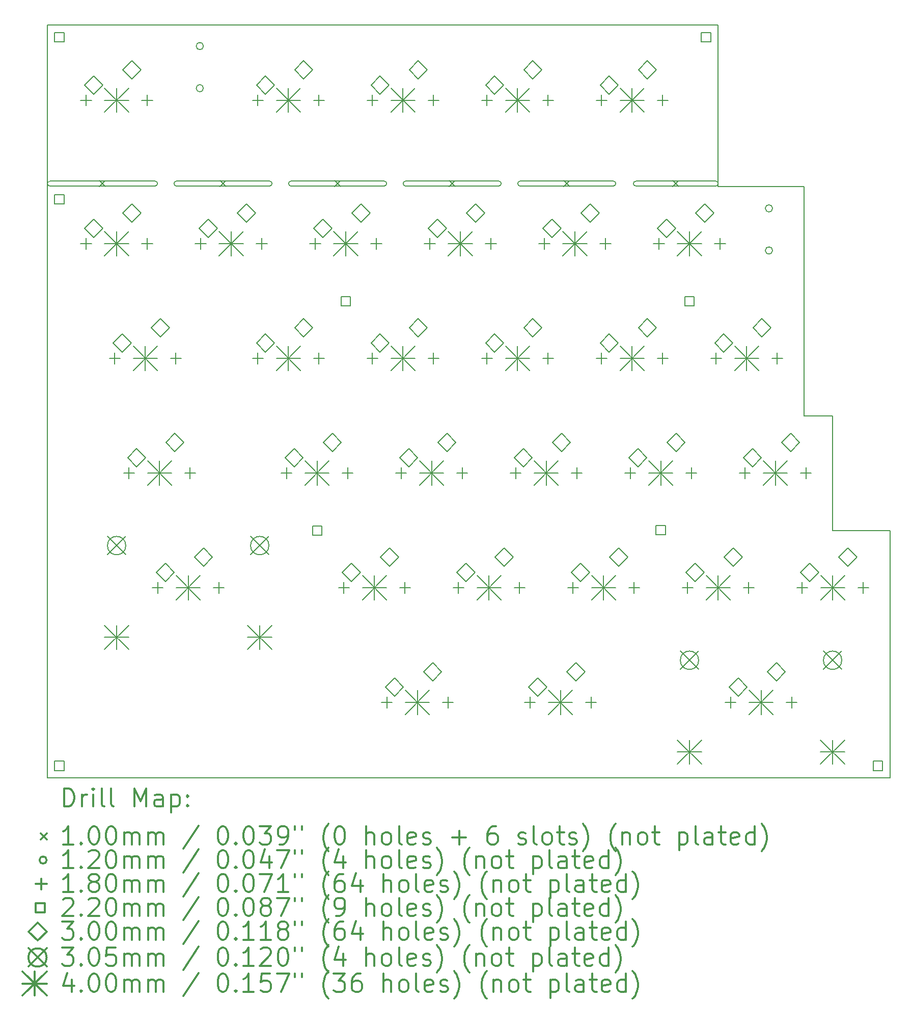
<source format=gbr>
%FSLAX45Y45*%
G04 Gerber Fmt 4.5, Leading zero omitted, Abs format (unit mm)*
G04 Created by KiCad (PCBNEW (5.0.2)-1) date 2019/02/16 22:04:40*
%MOMM*%
%LPD*%
G01*
G04 APERTURE LIST*
%ADD10C,0.200000*%
%ADD11C,0.150000*%
%ADD12C,0.300000*%
G04 APERTURE END LIST*
D10*
X2788000Y-15102000D02*
X16799250Y-15102000D01*
D11*
X15370500Y-5278250D02*
X15370500Y-9088250D01*
X16799250Y-10993250D02*
X16799250Y-15103250D01*
D10*
X2788000Y-2597000D02*
X13941750Y-2597000D01*
X13941750Y-5278250D02*
X15370500Y-5278250D01*
D11*
X13941750Y-2597000D02*
X13941750Y-5278250D01*
X15846750Y-9088250D02*
X15846750Y-10993250D01*
X2788000Y-2597000D02*
X2788000Y-15102000D01*
D10*
X15846750Y-10993000D02*
X16799250Y-10993000D01*
X15370500Y-9088250D02*
X15846750Y-9088250D01*
D10*
X13188000Y-5181000D02*
X13288000Y-5281000D01*
X13288000Y-5181000D02*
X13188000Y-5281000D01*
X12573625Y-5271000D02*
X13902375Y-5271000D01*
X12573625Y-5191000D02*
X13902375Y-5191000D01*
X13902375Y-5271000D02*
G75*
G03X13902375Y-5191000I0J40000D01*
G01*
X12573625Y-5191000D02*
G75*
G03X12573625Y-5271000I0J-40000D01*
G01*
X5660000Y-5181000D02*
X5760000Y-5281000D01*
X5760000Y-5181000D02*
X5660000Y-5281000D01*
X4935000Y-5271000D02*
X6485000Y-5271000D01*
X4935000Y-5191000D02*
X6485000Y-5191000D01*
X6485000Y-5271000D02*
G75*
G03X6485000Y-5191000I0J40000D01*
G01*
X4935000Y-5191000D02*
G75*
G03X4935000Y-5271000I0J-40000D01*
G01*
X7565000Y-5181000D02*
X7665000Y-5281000D01*
X7665000Y-5181000D02*
X7565000Y-5281000D01*
X6840000Y-5271000D02*
X8390000Y-5271000D01*
X6840000Y-5191000D02*
X8390000Y-5191000D01*
X8390000Y-5271000D02*
G75*
G03X8390000Y-5191000I0J40000D01*
G01*
X6840000Y-5191000D02*
G75*
G03X6840000Y-5271000I0J-40000D01*
G01*
X11375000Y-5181000D02*
X11475000Y-5281000D01*
X11475000Y-5181000D02*
X11375000Y-5281000D01*
X10650000Y-5271000D02*
X12200000Y-5271000D01*
X10650000Y-5191000D02*
X12200000Y-5191000D01*
X12200000Y-5271000D02*
G75*
G03X12200000Y-5191000I0J40000D01*
G01*
X10650000Y-5191000D02*
G75*
G03X10650000Y-5271000I0J-40000D01*
G01*
X3655000Y-5181000D02*
X3755000Y-5281000D01*
X3755000Y-5181000D02*
X3655000Y-5281000D01*
X2830000Y-5271000D02*
X4580000Y-5271000D01*
X2830000Y-5191000D02*
X4580000Y-5191000D01*
X4580000Y-5271000D02*
G75*
G03X4580000Y-5191000I0J40000D01*
G01*
X2830000Y-5191000D02*
G75*
G03X2830000Y-5271000I0J-40000D01*
G01*
X9470000Y-5181000D02*
X9570000Y-5281000D01*
X9570000Y-5181000D02*
X9470000Y-5281000D01*
X8745000Y-5271000D02*
X10295000Y-5271000D01*
X8745000Y-5191000D02*
X10295000Y-5191000D01*
X10295000Y-5271000D02*
G75*
G03X10295000Y-5191000I0J40000D01*
G01*
X8745000Y-5191000D02*
G75*
G03X8745000Y-5271000I0J-40000D01*
G01*
X5384000Y-2947000D02*
G75*
G03X5384000Y-2947000I-60000J0D01*
G01*
X5384000Y-3647000D02*
G75*
G03X5384000Y-3647000I-60000J0D01*
G01*
X14847000Y-5642000D02*
G75*
G03X14847000Y-5642000I-60000J0D01*
G01*
X14847000Y-6342000D02*
G75*
G03X14847000Y-6342000I-60000J0D01*
G01*
X8670750Y-9949000D02*
X8670750Y-10129000D01*
X8580750Y-10039000D02*
X8760750Y-10039000D01*
X9686750Y-9949000D02*
X9686750Y-10129000D01*
X9596750Y-10039000D02*
X9776750Y-10039000D01*
X9623250Y-11854000D02*
X9623250Y-12034000D01*
X9533250Y-11944000D02*
X9713250Y-11944000D01*
X10639250Y-11854000D02*
X10639250Y-12034000D01*
X10549250Y-11944000D02*
X10729250Y-11944000D01*
X12004500Y-3757750D02*
X12004500Y-3937750D01*
X11914500Y-3847750D02*
X12094500Y-3847750D01*
X13020500Y-3757750D02*
X13020500Y-3937750D01*
X12930500Y-3847750D02*
X13110500Y-3847750D01*
X3908250Y-8044000D02*
X3908250Y-8224000D01*
X3818250Y-8134000D02*
X3998250Y-8134000D01*
X4924250Y-8044000D02*
X4924250Y-8224000D01*
X4834250Y-8134000D02*
X5014250Y-8134000D01*
X12957000Y-6139000D02*
X12957000Y-6319000D01*
X12867000Y-6229000D02*
X13047000Y-6229000D01*
X13973000Y-6139000D02*
X13973000Y-6319000D01*
X13883000Y-6229000D02*
X14063000Y-6229000D01*
X13909500Y-8044000D02*
X13909500Y-8224000D01*
X13819500Y-8134000D02*
X13999500Y-8134000D01*
X14925500Y-8044000D02*
X14925500Y-8224000D01*
X14835500Y-8134000D02*
X15015500Y-8134000D01*
X15338250Y-11854000D02*
X15338250Y-12034000D01*
X15248250Y-11944000D02*
X15428250Y-11944000D01*
X16354250Y-11854000D02*
X16354250Y-12034000D01*
X16264250Y-11944000D02*
X16444250Y-11944000D01*
X3432000Y-6139000D02*
X3432000Y-6319000D01*
X3342000Y-6229000D02*
X3522000Y-6229000D01*
X4448000Y-6139000D02*
X4448000Y-6319000D01*
X4358000Y-6229000D02*
X4538000Y-6229000D01*
X4622610Y-11854000D02*
X4622610Y-12034000D01*
X4532610Y-11944000D02*
X4712610Y-11944000D01*
X5638610Y-11854000D02*
X5638610Y-12034000D01*
X5548610Y-11944000D02*
X5728610Y-11944000D01*
X3432000Y-3757750D02*
X3432000Y-3937750D01*
X3342000Y-3847750D02*
X3522000Y-3847750D01*
X4448000Y-3757750D02*
X4448000Y-3937750D01*
X4358000Y-3847750D02*
X4538000Y-3847750D01*
X7718250Y-11854000D02*
X7718250Y-12034000D01*
X7628250Y-11944000D02*
X7808250Y-11944000D01*
X8734250Y-11854000D02*
X8734250Y-12034000D01*
X8644250Y-11944000D02*
X8824250Y-11944000D01*
X9147000Y-6139000D02*
X9147000Y-6319000D01*
X9057000Y-6229000D02*
X9237000Y-6229000D01*
X10163000Y-6139000D02*
X10163000Y-6319000D01*
X10073000Y-6229000D02*
X10253000Y-6229000D01*
X6765750Y-9949000D02*
X6765750Y-10129000D01*
X6675750Y-10039000D02*
X6855750Y-10039000D01*
X7781750Y-9949000D02*
X7781750Y-10129000D01*
X7691750Y-10039000D02*
X7871750Y-10039000D01*
X12004500Y-8044000D02*
X12004500Y-8224000D01*
X11914500Y-8134000D02*
X12094500Y-8134000D01*
X13020500Y-8044000D02*
X13020500Y-8224000D01*
X12930500Y-8134000D02*
X13110500Y-8134000D01*
X10813850Y-13759000D02*
X10813850Y-13939000D01*
X10723850Y-13849000D02*
X10903850Y-13849000D01*
X11829850Y-13759000D02*
X11829850Y-13939000D01*
X11739850Y-13849000D02*
X11919850Y-13849000D01*
X10099500Y-3757750D02*
X10099500Y-3937750D01*
X10009500Y-3847750D02*
X10189500Y-3847750D01*
X11115500Y-3757750D02*
X11115500Y-3937750D01*
X11025500Y-3847750D02*
X11205500Y-3847750D01*
X14385750Y-9949000D02*
X14385750Y-10129000D01*
X14295750Y-10039000D02*
X14475750Y-10039000D01*
X15401750Y-9949000D02*
X15401750Y-10129000D01*
X15311750Y-10039000D02*
X15491750Y-10039000D01*
X13433250Y-11854000D02*
X13433250Y-12034000D01*
X13343250Y-11944000D02*
X13523250Y-11944000D01*
X14449250Y-11854000D02*
X14449250Y-12034000D01*
X14359250Y-11944000D02*
X14539250Y-11944000D01*
X6289500Y-3757750D02*
X6289500Y-3937750D01*
X6199500Y-3847750D02*
X6379500Y-3847750D01*
X7305500Y-3757750D02*
X7305500Y-3937750D01*
X7215500Y-3847750D02*
X7395500Y-3847750D01*
X8194500Y-8044000D02*
X8194500Y-8224000D01*
X8104500Y-8134000D02*
X8284500Y-8134000D01*
X9210500Y-8044000D02*
X9210500Y-8224000D01*
X9120500Y-8134000D02*
X9300500Y-8134000D01*
X10575750Y-9949000D02*
X10575750Y-10129000D01*
X10485750Y-10039000D02*
X10665750Y-10039000D01*
X11591750Y-9949000D02*
X11591750Y-10129000D01*
X11501750Y-10039000D02*
X11681750Y-10039000D01*
X5337000Y-6139000D02*
X5337000Y-6319000D01*
X5247000Y-6229000D02*
X5427000Y-6229000D01*
X6353000Y-6139000D02*
X6353000Y-6319000D01*
X6263000Y-6229000D02*
X6443000Y-6229000D01*
X12480750Y-9949000D02*
X12480750Y-10129000D01*
X12390750Y-10039000D02*
X12570750Y-10039000D01*
X13496750Y-9949000D02*
X13496750Y-10129000D01*
X13406750Y-10039000D02*
X13586750Y-10039000D01*
X7242000Y-6139000D02*
X7242000Y-6319000D01*
X7152000Y-6229000D02*
X7332000Y-6229000D01*
X8258000Y-6139000D02*
X8258000Y-6319000D01*
X8168000Y-6229000D02*
X8348000Y-6229000D01*
X14147600Y-13759000D02*
X14147600Y-13939000D01*
X14057600Y-13849000D02*
X14237600Y-13849000D01*
X15163600Y-13759000D02*
X15163600Y-13939000D01*
X15073600Y-13849000D02*
X15253600Y-13849000D01*
X8194500Y-3757750D02*
X8194500Y-3937750D01*
X8104500Y-3847750D02*
X8284500Y-3847750D01*
X9210500Y-3757750D02*
X9210500Y-3937750D01*
X9120500Y-3847750D02*
X9300500Y-3847750D01*
X11052000Y-6139000D02*
X11052000Y-6319000D01*
X10962000Y-6229000D02*
X11142000Y-6229000D01*
X12068000Y-6139000D02*
X12068000Y-6319000D01*
X11978000Y-6229000D02*
X12158000Y-6229000D01*
X4146390Y-9949000D02*
X4146390Y-10129000D01*
X4056390Y-10039000D02*
X4236390Y-10039000D01*
X5162390Y-9949000D02*
X5162390Y-10129000D01*
X5072390Y-10039000D02*
X5252390Y-10039000D01*
X6289500Y-8044000D02*
X6289500Y-8224000D01*
X6199500Y-8134000D02*
X6379500Y-8134000D01*
X7305500Y-8044000D02*
X7305500Y-8224000D01*
X7215500Y-8134000D02*
X7395500Y-8134000D01*
X8432600Y-13759000D02*
X8432600Y-13939000D01*
X8342600Y-13849000D02*
X8522600Y-13849000D01*
X9448600Y-13759000D02*
X9448600Y-13939000D01*
X9358600Y-13849000D02*
X9538600Y-13849000D01*
X10099500Y-8044000D02*
X10099500Y-8224000D01*
X10009500Y-8134000D02*
X10189500Y-8134000D01*
X11115500Y-8044000D02*
X11115500Y-8224000D01*
X11025500Y-8134000D02*
X11205500Y-8134000D01*
X11528250Y-11854000D02*
X11528250Y-12034000D01*
X11438250Y-11944000D02*
X11618250Y-11944000D01*
X12544250Y-11854000D02*
X12544250Y-12034000D01*
X12454250Y-11944000D02*
X12634250Y-11944000D01*
X7827782Y-7260782D02*
X7827782Y-7105217D01*
X7672217Y-7105217D01*
X7672217Y-7260782D01*
X7827782Y-7260782D01*
X13065782Y-11066783D02*
X13065782Y-10911218D01*
X12910217Y-10911218D01*
X12910217Y-11066783D01*
X13065782Y-11066783D01*
X7351782Y-11071783D02*
X7351782Y-10916218D01*
X7196217Y-10916218D01*
X7196217Y-11071783D01*
X7351782Y-11071783D01*
X16676782Y-14979782D02*
X16676782Y-14824217D01*
X16521217Y-14824217D01*
X16521217Y-14979782D01*
X16676782Y-14979782D01*
X3065782Y-14979782D02*
X3065782Y-14824217D01*
X2910217Y-14824217D01*
X2910217Y-14979782D01*
X3065782Y-14979782D01*
X13819532Y-2874782D02*
X13819532Y-2719218D01*
X13663967Y-2719218D01*
X13663967Y-2874782D01*
X13819532Y-2874782D01*
X13542782Y-7261782D02*
X13542782Y-7106217D01*
X13387217Y-7106217D01*
X13387217Y-7261782D01*
X13542782Y-7261782D01*
X3065782Y-2874782D02*
X3065782Y-2719218D01*
X2910217Y-2719218D01*
X2910217Y-2874782D01*
X3065782Y-2874782D01*
X3065782Y-5569783D02*
X3065782Y-5414218D01*
X2910217Y-5414218D01*
X2910217Y-5569783D01*
X3065782Y-5569783D01*
X11655250Y-11840000D02*
X11805250Y-11690000D01*
X11655250Y-11540000D01*
X11505250Y-11690000D01*
X11655250Y-11840000D01*
X12290250Y-11586000D02*
X12440250Y-11436000D01*
X12290250Y-11286000D01*
X12140250Y-11436000D01*
X12290250Y-11586000D01*
X8797750Y-9935000D02*
X8947750Y-9785000D01*
X8797750Y-9635000D01*
X8647750Y-9785000D01*
X8797750Y-9935000D01*
X9432750Y-9681000D02*
X9582750Y-9531000D01*
X9432750Y-9381000D01*
X9282750Y-9531000D01*
X9432750Y-9681000D01*
X9750250Y-11840000D02*
X9900250Y-11690000D01*
X9750250Y-11540000D01*
X9600250Y-11690000D01*
X9750250Y-11840000D01*
X10385250Y-11586000D02*
X10535250Y-11436000D01*
X10385250Y-11286000D01*
X10235250Y-11436000D01*
X10385250Y-11586000D01*
X12131500Y-3743750D02*
X12281500Y-3593750D01*
X12131500Y-3443750D01*
X11981500Y-3593750D01*
X12131500Y-3743750D01*
X12766500Y-3489750D02*
X12916500Y-3339750D01*
X12766500Y-3189750D01*
X12616500Y-3339750D01*
X12766500Y-3489750D01*
X4035250Y-8030000D02*
X4185250Y-7880000D01*
X4035250Y-7730000D01*
X3885250Y-7880000D01*
X4035250Y-8030000D01*
X4670250Y-7776000D02*
X4820250Y-7626000D01*
X4670250Y-7476000D01*
X4520250Y-7626000D01*
X4670250Y-7776000D01*
X13084000Y-6125000D02*
X13234000Y-5975000D01*
X13084000Y-5825000D01*
X12934000Y-5975000D01*
X13084000Y-6125000D01*
X13719000Y-5871000D02*
X13869000Y-5721000D01*
X13719000Y-5571000D01*
X13569000Y-5721000D01*
X13719000Y-5871000D01*
X14036500Y-8030000D02*
X14186500Y-7880000D01*
X14036500Y-7730000D01*
X13886500Y-7880000D01*
X14036500Y-8030000D01*
X14671500Y-7776000D02*
X14821500Y-7626000D01*
X14671500Y-7476000D01*
X14521500Y-7626000D01*
X14671500Y-7776000D01*
X15465250Y-11840000D02*
X15615250Y-11690000D01*
X15465250Y-11540000D01*
X15315250Y-11690000D01*
X15465250Y-11840000D01*
X16100250Y-11586000D02*
X16250250Y-11436000D01*
X16100250Y-11286000D01*
X15950250Y-11436000D01*
X16100250Y-11586000D01*
X3559000Y-6125000D02*
X3709000Y-5975000D01*
X3559000Y-5825000D01*
X3409000Y-5975000D01*
X3559000Y-6125000D01*
X4194000Y-5871000D02*
X4344000Y-5721000D01*
X4194000Y-5571000D01*
X4044000Y-5721000D01*
X4194000Y-5871000D01*
X4749610Y-11840000D02*
X4899610Y-11690000D01*
X4749610Y-11540000D01*
X4599610Y-11690000D01*
X4749610Y-11840000D01*
X5384610Y-11586000D02*
X5534610Y-11436000D01*
X5384610Y-11286000D01*
X5234610Y-11436000D01*
X5384610Y-11586000D01*
X3559000Y-3743750D02*
X3709000Y-3593750D01*
X3559000Y-3443750D01*
X3409000Y-3593750D01*
X3559000Y-3743750D01*
X4194000Y-3489750D02*
X4344000Y-3339750D01*
X4194000Y-3189750D01*
X4044000Y-3339750D01*
X4194000Y-3489750D01*
X7845250Y-11840000D02*
X7995250Y-11690000D01*
X7845250Y-11540000D01*
X7695250Y-11690000D01*
X7845250Y-11840000D01*
X8480250Y-11586000D02*
X8630250Y-11436000D01*
X8480250Y-11286000D01*
X8330250Y-11436000D01*
X8480250Y-11586000D01*
X9274000Y-6125000D02*
X9424000Y-5975000D01*
X9274000Y-5825000D01*
X9124000Y-5975000D01*
X9274000Y-6125000D01*
X9909000Y-5871000D02*
X10059000Y-5721000D01*
X9909000Y-5571000D01*
X9759000Y-5721000D01*
X9909000Y-5871000D01*
X6892750Y-9935000D02*
X7042750Y-9785000D01*
X6892750Y-9635000D01*
X6742750Y-9785000D01*
X6892750Y-9935000D01*
X7527750Y-9681000D02*
X7677750Y-9531000D01*
X7527750Y-9381000D01*
X7377750Y-9531000D01*
X7527750Y-9681000D01*
X12131500Y-8030000D02*
X12281500Y-7880000D01*
X12131500Y-7730000D01*
X11981500Y-7880000D01*
X12131500Y-8030000D01*
X12766500Y-7776000D02*
X12916500Y-7626000D01*
X12766500Y-7476000D01*
X12616500Y-7626000D01*
X12766500Y-7776000D01*
X10940850Y-13745000D02*
X11090850Y-13595000D01*
X10940850Y-13445000D01*
X10790850Y-13595000D01*
X10940850Y-13745000D01*
X11575850Y-13491000D02*
X11725850Y-13341000D01*
X11575850Y-13191000D01*
X11425850Y-13341000D01*
X11575850Y-13491000D01*
X10226500Y-3743750D02*
X10376500Y-3593750D01*
X10226500Y-3443750D01*
X10076500Y-3593750D01*
X10226500Y-3743750D01*
X10861500Y-3489750D02*
X11011500Y-3339750D01*
X10861500Y-3189750D01*
X10711500Y-3339750D01*
X10861500Y-3489750D01*
X14512750Y-9935000D02*
X14662750Y-9785000D01*
X14512750Y-9635000D01*
X14362750Y-9785000D01*
X14512750Y-9935000D01*
X15147750Y-9681000D02*
X15297750Y-9531000D01*
X15147750Y-9381000D01*
X14997750Y-9531000D01*
X15147750Y-9681000D01*
X13560250Y-11840000D02*
X13710250Y-11690000D01*
X13560250Y-11540000D01*
X13410250Y-11690000D01*
X13560250Y-11840000D01*
X14195250Y-11586000D02*
X14345250Y-11436000D01*
X14195250Y-11286000D01*
X14045250Y-11436000D01*
X14195250Y-11586000D01*
X6416500Y-3743750D02*
X6566500Y-3593750D01*
X6416500Y-3443750D01*
X6266500Y-3593750D01*
X6416500Y-3743750D01*
X7051500Y-3489750D02*
X7201500Y-3339750D01*
X7051500Y-3189750D01*
X6901500Y-3339750D01*
X7051500Y-3489750D01*
X8321500Y-8030000D02*
X8471500Y-7880000D01*
X8321500Y-7730000D01*
X8171500Y-7880000D01*
X8321500Y-8030000D01*
X8956500Y-7776000D02*
X9106500Y-7626000D01*
X8956500Y-7476000D01*
X8806500Y-7626000D01*
X8956500Y-7776000D01*
X10702750Y-9935000D02*
X10852750Y-9785000D01*
X10702750Y-9635000D01*
X10552750Y-9785000D01*
X10702750Y-9935000D01*
X11337750Y-9681000D02*
X11487750Y-9531000D01*
X11337750Y-9381000D01*
X11187750Y-9531000D01*
X11337750Y-9681000D01*
X5464000Y-6125000D02*
X5614000Y-5975000D01*
X5464000Y-5825000D01*
X5314000Y-5975000D01*
X5464000Y-6125000D01*
X6099000Y-5871000D02*
X6249000Y-5721000D01*
X6099000Y-5571000D01*
X5949000Y-5721000D01*
X6099000Y-5871000D01*
X12607750Y-9935000D02*
X12757750Y-9785000D01*
X12607750Y-9635000D01*
X12457750Y-9785000D01*
X12607750Y-9935000D01*
X13242750Y-9681000D02*
X13392750Y-9531000D01*
X13242750Y-9381000D01*
X13092750Y-9531000D01*
X13242750Y-9681000D01*
X7369000Y-6125000D02*
X7519000Y-5975000D01*
X7369000Y-5825000D01*
X7219000Y-5975000D01*
X7369000Y-6125000D01*
X8004000Y-5871000D02*
X8154000Y-5721000D01*
X8004000Y-5571000D01*
X7854000Y-5721000D01*
X8004000Y-5871000D01*
X14274600Y-13745000D02*
X14424600Y-13595000D01*
X14274600Y-13445000D01*
X14124600Y-13595000D01*
X14274600Y-13745000D01*
X14909600Y-13491000D02*
X15059600Y-13341000D01*
X14909600Y-13191000D01*
X14759600Y-13341000D01*
X14909600Y-13491000D01*
X8321500Y-3743750D02*
X8471500Y-3593750D01*
X8321500Y-3443750D01*
X8171500Y-3593750D01*
X8321500Y-3743750D01*
X8956500Y-3489750D02*
X9106500Y-3339750D01*
X8956500Y-3189750D01*
X8806500Y-3339750D01*
X8956500Y-3489750D01*
X11179000Y-6125000D02*
X11329000Y-5975000D01*
X11179000Y-5825000D01*
X11029000Y-5975000D01*
X11179000Y-6125000D01*
X11814000Y-5871000D02*
X11964000Y-5721000D01*
X11814000Y-5571000D01*
X11664000Y-5721000D01*
X11814000Y-5871000D01*
X4273390Y-9935000D02*
X4423390Y-9785000D01*
X4273390Y-9635000D01*
X4123390Y-9785000D01*
X4273390Y-9935000D01*
X4908390Y-9681000D02*
X5058390Y-9531000D01*
X4908390Y-9381000D01*
X4758390Y-9531000D01*
X4908390Y-9681000D01*
X6416500Y-8030000D02*
X6566500Y-7880000D01*
X6416500Y-7730000D01*
X6266500Y-7880000D01*
X6416500Y-8030000D01*
X7051500Y-7776000D02*
X7201500Y-7626000D01*
X7051500Y-7476000D01*
X6901500Y-7626000D01*
X7051500Y-7776000D01*
X8559600Y-13745000D02*
X8709600Y-13595000D01*
X8559600Y-13445000D01*
X8409600Y-13595000D01*
X8559600Y-13745000D01*
X9194600Y-13491000D02*
X9344600Y-13341000D01*
X9194600Y-13191000D01*
X9044600Y-13341000D01*
X9194600Y-13491000D01*
X10226500Y-8030000D02*
X10376500Y-7880000D01*
X10226500Y-7730000D01*
X10076500Y-7880000D01*
X10226500Y-8030000D01*
X10861500Y-7776000D02*
X11011500Y-7626000D01*
X10861500Y-7476000D01*
X10711500Y-7626000D01*
X10861500Y-7776000D01*
X3788110Y-11091500D02*
X4093110Y-11396500D01*
X4093110Y-11091500D02*
X3788110Y-11396500D01*
X4093110Y-11244000D02*
G75*
G03X4093110Y-11244000I-152500J0D01*
G01*
X6168110Y-11091500D02*
X6473110Y-11396500D01*
X6473110Y-11091500D02*
X6168110Y-11396500D01*
X6473110Y-11244000D02*
G75*
G03X6473110Y-11244000I-152500J0D01*
G01*
X13313100Y-12996500D02*
X13618100Y-13301500D01*
X13618100Y-12996500D02*
X13313100Y-13301500D01*
X13618100Y-13149000D02*
G75*
G03X13618100Y-13149000I-152500J0D01*
G01*
X15693100Y-12996500D02*
X15998100Y-13301500D01*
X15998100Y-12996500D02*
X15693100Y-13301500D01*
X15998100Y-13149000D02*
G75*
G03X15998100Y-13149000I-152500J0D01*
G01*
X11836250Y-11744000D02*
X12236250Y-12144000D01*
X12236250Y-11744000D02*
X11836250Y-12144000D01*
X12036250Y-11744000D02*
X12036250Y-12144000D01*
X11836250Y-11944000D02*
X12236250Y-11944000D01*
X8978750Y-9839000D02*
X9378750Y-10239000D01*
X9378750Y-9839000D02*
X8978750Y-10239000D01*
X9178750Y-9839000D02*
X9178750Y-10239000D01*
X8978750Y-10039000D02*
X9378750Y-10039000D01*
X9931250Y-11744000D02*
X10331250Y-12144000D01*
X10331250Y-11744000D02*
X9931250Y-12144000D01*
X10131250Y-11744000D02*
X10131250Y-12144000D01*
X9931250Y-11944000D02*
X10331250Y-11944000D01*
X12312500Y-3647750D02*
X12712500Y-4047750D01*
X12712500Y-3647750D02*
X12312500Y-4047750D01*
X12512500Y-3647750D02*
X12512500Y-4047750D01*
X12312500Y-3847750D02*
X12712500Y-3847750D01*
X4216250Y-7934000D02*
X4616250Y-8334000D01*
X4616250Y-7934000D02*
X4216250Y-8334000D01*
X4416250Y-7934000D02*
X4416250Y-8334000D01*
X4216250Y-8134000D02*
X4616250Y-8134000D01*
X13265000Y-6029000D02*
X13665000Y-6429000D01*
X13665000Y-6029000D02*
X13265000Y-6429000D01*
X13465000Y-6029000D02*
X13465000Y-6429000D01*
X13265000Y-6229000D02*
X13665000Y-6229000D01*
X14217500Y-7934000D02*
X14617500Y-8334000D01*
X14617500Y-7934000D02*
X14217500Y-8334000D01*
X14417500Y-7934000D02*
X14417500Y-8334000D01*
X14217500Y-8134000D02*
X14617500Y-8134000D01*
X15646250Y-11744000D02*
X16046250Y-12144000D01*
X16046250Y-11744000D02*
X15646250Y-12144000D01*
X15846250Y-11744000D02*
X15846250Y-12144000D01*
X15646250Y-11944000D02*
X16046250Y-11944000D01*
X3740000Y-6029000D02*
X4140000Y-6429000D01*
X4140000Y-6029000D02*
X3740000Y-6429000D01*
X3940000Y-6029000D02*
X3940000Y-6429000D01*
X3740000Y-6229000D02*
X4140000Y-6229000D01*
X3740610Y-12568000D02*
X4140610Y-12968000D01*
X4140610Y-12568000D02*
X3740610Y-12968000D01*
X3940610Y-12568000D02*
X3940610Y-12968000D01*
X3740610Y-12768000D02*
X4140610Y-12768000D01*
X4930610Y-11744000D02*
X5330610Y-12144000D01*
X5330610Y-11744000D02*
X4930610Y-12144000D01*
X5130610Y-11744000D02*
X5130610Y-12144000D01*
X4930610Y-11944000D02*
X5330610Y-11944000D01*
X6120610Y-12568000D02*
X6520610Y-12968000D01*
X6520610Y-12568000D02*
X6120610Y-12968000D01*
X6320610Y-12568000D02*
X6320610Y-12968000D01*
X6120610Y-12768000D02*
X6520610Y-12768000D01*
X3740000Y-3647750D02*
X4140000Y-4047750D01*
X4140000Y-3647750D02*
X3740000Y-4047750D01*
X3940000Y-3647750D02*
X3940000Y-4047750D01*
X3740000Y-3847750D02*
X4140000Y-3847750D01*
X8026250Y-11744000D02*
X8426250Y-12144000D01*
X8426250Y-11744000D02*
X8026250Y-12144000D01*
X8226250Y-11744000D02*
X8226250Y-12144000D01*
X8026250Y-11944000D02*
X8426250Y-11944000D01*
X9455000Y-6029000D02*
X9855000Y-6429000D01*
X9855000Y-6029000D02*
X9455000Y-6429000D01*
X9655000Y-6029000D02*
X9655000Y-6429000D01*
X9455000Y-6229000D02*
X9855000Y-6229000D01*
X7073750Y-9839000D02*
X7473750Y-10239000D01*
X7473750Y-9839000D02*
X7073750Y-10239000D01*
X7273750Y-9839000D02*
X7273750Y-10239000D01*
X7073750Y-10039000D02*
X7473750Y-10039000D01*
X12312500Y-7934000D02*
X12712500Y-8334000D01*
X12712500Y-7934000D02*
X12312500Y-8334000D01*
X12512500Y-7934000D02*
X12512500Y-8334000D01*
X12312500Y-8134000D02*
X12712500Y-8134000D01*
X11121850Y-13649000D02*
X11521850Y-14049000D01*
X11521850Y-13649000D02*
X11121850Y-14049000D01*
X11321850Y-13649000D02*
X11321850Y-14049000D01*
X11121850Y-13849000D02*
X11521850Y-13849000D01*
X10407500Y-3647750D02*
X10807500Y-4047750D01*
X10807500Y-3647750D02*
X10407500Y-4047750D01*
X10607500Y-3647750D02*
X10607500Y-4047750D01*
X10407500Y-3847750D02*
X10807500Y-3847750D01*
X14693750Y-9839000D02*
X15093750Y-10239000D01*
X15093750Y-9839000D02*
X14693750Y-10239000D01*
X14893750Y-9839000D02*
X14893750Y-10239000D01*
X14693750Y-10039000D02*
X15093750Y-10039000D01*
X13741250Y-11744000D02*
X14141250Y-12144000D01*
X14141250Y-11744000D02*
X13741250Y-12144000D01*
X13941250Y-11744000D02*
X13941250Y-12144000D01*
X13741250Y-11944000D02*
X14141250Y-11944000D01*
X6597500Y-3647750D02*
X6997500Y-4047750D01*
X6997500Y-3647750D02*
X6597500Y-4047750D01*
X6797500Y-3647750D02*
X6797500Y-4047750D01*
X6597500Y-3847750D02*
X6997500Y-3847750D01*
X8502500Y-7934000D02*
X8902500Y-8334000D01*
X8902500Y-7934000D02*
X8502500Y-8334000D01*
X8702500Y-7934000D02*
X8702500Y-8334000D01*
X8502500Y-8134000D02*
X8902500Y-8134000D01*
X10883750Y-9839000D02*
X11283750Y-10239000D01*
X11283750Y-9839000D02*
X10883750Y-10239000D01*
X11083750Y-9839000D02*
X11083750Y-10239000D01*
X10883750Y-10039000D02*
X11283750Y-10039000D01*
X5645000Y-6029000D02*
X6045000Y-6429000D01*
X6045000Y-6029000D02*
X5645000Y-6429000D01*
X5845000Y-6029000D02*
X5845000Y-6429000D01*
X5645000Y-6229000D02*
X6045000Y-6229000D01*
X12788750Y-9839000D02*
X13188750Y-10239000D01*
X13188750Y-9839000D02*
X12788750Y-10239000D01*
X12988750Y-9839000D02*
X12988750Y-10239000D01*
X12788750Y-10039000D02*
X13188750Y-10039000D01*
X7550000Y-6029000D02*
X7950000Y-6429000D01*
X7950000Y-6029000D02*
X7550000Y-6429000D01*
X7750000Y-6029000D02*
X7750000Y-6429000D01*
X7550000Y-6229000D02*
X7950000Y-6229000D01*
X13265600Y-14473000D02*
X13665600Y-14873000D01*
X13665600Y-14473000D02*
X13265600Y-14873000D01*
X13465600Y-14473000D02*
X13465600Y-14873000D01*
X13265600Y-14673000D02*
X13665600Y-14673000D01*
X14455600Y-13649000D02*
X14855600Y-14049000D01*
X14855600Y-13649000D02*
X14455600Y-14049000D01*
X14655600Y-13649000D02*
X14655600Y-14049000D01*
X14455600Y-13849000D02*
X14855600Y-13849000D01*
X15645600Y-14473000D02*
X16045600Y-14873000D01*
X16045600Y-14473000D02*
X15645600Y-14873000D01*
X15845600Y-14473000D02*
X15845600Y-14873000D01*
X15645600Y-14673000D02*
X16045600Y-14673000D01*
X8502500Y-3647750D02*
X8902500Y-4047750D01*
X8902500Y-3647750D02*
X8502500Y-4047750D01*
X8702500Y-3647750D02*
X8702500Y-4047750D01*
X8502500Y-3847750D02*
X8902500Y-3847750D01*
X11360000Y-6029000D02*
X11760000Y-6429000D01*
X11760000Y-6029000D02*
X11360000Y-6429000D01*
X11560000Y-6029000D02*
X11560000Y-6429000D01*
X11360000Y-6229000D02*
X11760000Y-6229000D01*
X4454390Y-9839000D02*
X4854390Y-10239000D01*
X4854390Y-9839000D02*
X4454390Y-10239000D01*
X4654390Y-9839000D02*
X4654390Y-10239000D01*
X4454390Y-10039000D02*
X4854390Y-10039000D01*
X6597500Y-7934000D02*
X6997500Y-8334000D01*
X6997500Y-7934000D02*
X6597500Y-8334000D01*
X6797500Y-7934000D02*
X6797500Y-8334000D01*
X6597500Y-8134000D02*
X6997500Y-8134000D01*
X8740600Y-13649000D02*
X9140600Y-14049000D01*
X9140600Y-13649000D02*
X8740600Y-14049000D01*
X8940600Y-13649000D02*
X8940600Y-14049000D01*
X8740600Y-13849000D02*
X9140600Y-13849000D01*
X10407500Y-7934000D02*
X10807500Y-8334000D01*
X10807500Y-7934000D02*
X10407500Y-8334000D01*
X10607500Y-7934000D02*
X10607500Y-8334000D01*
X10407500Y-8134000D02*
X10807500Y-8134000D01*
D12*
X3064428Y-15577714D02*
X3064428Y-15277714D01*
X3135857Y-15277714D01*
X3178714Y-15292000D01*
X3207286Y-15320571D01*
X3221571Y-15349143D01*
X3235857Y-15406286D01*
X3235857Y-15449143D01*
X3221571Y-15506286D01*
X3207286Y-15534857D01*
X3178714Y-15563429D01*
X3135857Y-15577714D01*
X3064428Y-15577714D01*
X3364428Y-15577714D02*
X3364428Y-15377714D01*
X3364428Y-15434857D02*
X3378714Y-15406286D01*
X3393000Y-15392000D01*
X3421571Y-15377714D01*
X3450143Y-15377714D01*
X3550143Y-15577714D02*
X3550143Y-15377714D01*
X3550143Y-15277714D02*
X3535857Y-15292000D01*
X3550143Y-15306286D01*
X3564428Y-15292000D01*
X3550143Y-15277714D01*
X3550143Y-15306286D01*
X3735857Y-15577714D02*
X3707286Y-15563429D01*
X3693000Y-15534857D01*
X3693000Y-15277714D01*
X3893000Y-15577714D02*
X3864428Y-15563429D01*
X3850143Y-15534857D01*
X3850143Y-15277714D01*
X4235857Y-15577714D02*
X4235857Y-15277714D01*
X4335857Y-15492000D01*
X4435857Y-15277714D01*
X4435857Y-15577714D01*
X4707286Y-15577714D02*
X4707286Y-15420571D01*
X4693000Y-15392000D01*
X4664428Y-15377714D01*
X4607286Y-15377714D01*
X4578714Y-15392000D01*
X4707286Y-15563429D02*
X4678714Y-15577714D01*
X4607286Y-15577714D01*
X4578714Y-15563429D01*
X4564428Y-15534857D01*
X4564428Y-15506286D01*
X4578714Y-15477714D01*
X4607286Y-15463429D01*
X4678714Y-15463429D01*
X4707286Y-15449143D01*
X4850143Y-15377714D02*
X4850143Y-15677714D01*
X4850143Y-15392000D02*
X4878714Y-15377714D01*
X4935857Y-15377714D01*
X4964428Y-15392000D01*
X4978714Y-15406286D01*
X4993000Y-15434857D01*
X4993000Y-15520571D01*
X4978714Y-15549143D01*
X4964428Y-15563429D01*
X4935857Y-15577714D01*
X4878714Y-15577714D01*
X4850143Y-15563429D01*
X5121571Y-15549143D02*
X5135857Y-15563429D01*
X5121571Y-15577714D01*
X5107286Y-15563429D01*
X5121571Y-15549143D01*
X5121571Y-15577714D01*
X5121571Y-15392000D02*
X5135857Y-15406286D01*
X5121571Y-15420571D01*
X5107286Y-15406286D01*
X5121571Y-15392000D01*
X5121571Y-15420571D01*
X2678000Y-16022000D02*
X2778000Y-16122000D01*
X2778000Y-16022000D02*
X2678000Y-16122000D01*
X3221571Y-16207714D02*
X3050143Y-16207714D01*
X3135857Y-16207714D02*
X3135857Y-15907714D01*
X3107286Y-15950571D01*
X3078714Y-15979143D01*
X3050143Y-15993429D01*
X3350143Y-16179143D02*
X3364428Y-16193429D01*
X3350143Y-16207714D01*
X3335857Y-16193429D01*
X3350143Y-16179143D01*
X3350143Y-16207714D01*
X3550143Y-15907714D02*
X3578714Y-15907714D01*
X3607286Y-15922000D01*
X3621571Y-15936286D01*
X3635857Y-15964857D01*
X3650143Y-16022000D01*
X3650143Y-16093429D01*
X3635857Y-16150571D01*
X3621571Y-16179143D01*
X3607286Y-16193429D01*
X3578714Y-16207714D01*
X3550143Y-16207714D01*
X3521571Y-16193429D01*
X3507286Y-16179143D01*
X3493000Y-16150571D01*
X3478714Y-16093429D01*
X3478714Y-16022000D01*
X3493000Y-15964857D01*
X3507286Y-15936286D01*
X3521571Y-15922000D01*
X3550143Y-15907714D01*
X3835857Y-15907714D02*
X3864428Y-15907714D01*
X3893000Y-15922000D01*
X3907286Y-15936286D01*
X3921571Y-15964857D01*
X3935857Y-16022000D01*
X3935857Y-16093429D01*
X3921571Y-16150571D01*
X3907286Y-16179143D01*
X3893000Y-16193429D01*
X3864428Y-16207714D01*
X3835857Y-16207714D01*
X3807286Y-16193429D01*
X3793000Y-16179143D01*
X3778714Y-16150571D01*
X3764428Y-16093429D01*
X3764428Y-16022000D01*
X3778714Y-15964857D01*
X3793000Y-15936286D01*
X3807286Y-15922000D01*
X3835857Y-15907714D01*
X4064428Y-16207714D02*
X4064428Y-16007714D01*
X4064428Y-16036286D02*
X4078714Y-16022000D01*
X4107286Y-16007714D01*
X4150143Y-16007714D01*
X4178714Y-16022000D01*
X4193000Y-16050571D01*
X4193000Y-16207714D01*
X4193000Y-16050571D02*
X4207286Y-16022000D01*
X4235857Y-16007714D01*
X4278714Y-16007714D01*
X4307286Y-16022000D01*
X4321571Y-16050571D01*
X4321571Y-16207714D01*
X4464428Y-16207714D02*
X4464428Y-16007714D01*
X4464428Y-16036286D02*
X4478714Y-16022000D01*
X4507286Y-16007714D01*
X4550143Y-16007714D01*
X4578714Y-16022000D01*
X4593000Y-16050571D01*
X4593000Y-16207714D01*
X4593000Y-16050571D02*
X4607286Y-16022000D01*
X4635857Y-16007714D01*
X4678714Y-16007714D01*
X4707286Y-16022000D01*
X4721571Y-16050571D01*
X4721571Y-16207714D01*
X5307286Y-15893429D02*
X5050143Y-16279143D01*
X5693000Y-15907714D02*
X5721571Y-15907714D01*
X5750143Y-15922000D01*
X5764428Y-15936286D01*
X5778714Y-15964857D01*
X5793000Y-16022000D01*
X5793000Y-16093429D01*
X5778714Y-16150571D01*
X5764428Y-16179143D01*
X5750143Y-16193429D01*
X5721571Y-16207714D01*
X5693000Y-16207714D01*
X5664428Y-16193429D01*
X5650143Y-16179143D01*
X5635857Y-16150571D01*
X5621571Y-16093429D01*
X5621571Y-16022000D01*
X5635857Y-15964857D01*
X5650143Y-15936286D01*
X5664428Y-15922000D01*
X5693000Y-15907714D01*
X5921571Y-16179143D02*
X5935857Y-16193429D01*
X5921571Y-16207714D01*
X5907286Y-16193429D01*
X5921571Y-16179143D01*
X5921571Y-16207714D01*
X6121571Y-15907714D02*
X6150143Y-15907714D01*
X6178714Y-15922000D01*
X6193000Y-15936286D01*
X6207286Y-15964857D01*
X6221571Y-16022000D01*
X6221571Y-16093429D01*
X6207286Y-16150571D01*
X6193000Y-16179143D01*
X6178714Y-16193429D01*
X6150143Y-16207714D01*
X6121571Y-16207714D01*
X6093000Y-16193429D01*
X6078714Y-16179143D01*
X6064428Y-16150571D01*
X6050143Y-16093429D01*
X6050143Y-16022000D01*
X6064428Y-15964857D01*
X6078714Y-15936286D01*
X6093000Y-15922000D01*
X6121571Y-15907714D01*
X6321571Y-15907714D02*
X6507286Y-15907714D01*
X6407286Y-16022000D01*
X6450143Y-16022000D01*
X6478714Y-16036286D01*
X6493000Y-16050571D01*
X6507286Y-16079143D01*
X6507286Y-16150571D01*
X6493000Y-16179143D01*
X6478714Y-16193429D01*
X6450143Y-16207714D01*
X6364428Y-16207714D01*
X6335857Y-16193429D01*
X6321571Y-16179143D01*
X6650143Y-16207714D02*
X6707286Y-16207714D01*
X6735857Y-16193429D01*
X6750143Y-16179143D01*
X6778714Y-16136286D01*
X6793000Y-16079143D01*
X6793000Y-15964857D01*
X6778714Y-15936286D01*
X6764428Y-15922000D01*
X6735857Y-15907714D01*
X6678714Y-15907714D01*
X6650143Y-15922000D01*
X6635857Y-15936286D01*
X6621571Y-15964857D01*
X6621571Y-16036286D01*
X6635857Y-16064857D01*
X6650143Y-16079143D01*
X6678714Y-16093429D01*
X6735857Y-16093429D01*
X6764428Y-16079143D01*
X6778714Y-16064857D01*
X6793000Y-16036286D01*
X6907286Y-15907714D02*
X6907286Y-15964857D01*
X7021571Y-15907714D02*
X7021571Y-15964857D01*
X7464428Y-16322000D02*
X7450143Y-16307714D01*
X7421571Y-16264857D01*
X7407286Y-16236286D01*
X7393000Y-16193429D01*
X7378714Y-16122000D01*
X7378714Y-16064857D01*
X7393000Y-15993429D01*
X7407286Y-15950571D01*
X7421571Y-15922000D01*
X7450143Y-15879143D01*
X7464428Y-15864857D01*
X7635857Y-15907714D02*
X7664428Y-15907714D01*
X7693000Y-15922000D01*
X7707286Y-15936286D01*
X7721571Y-15964857D01*
X7735857Y-16022000D01*
X7735857Y-16093429D01*
X7721571Y-16150571D01*
X7707286Y-16179143D01*
X7693000Y-16193429D01*
X7664428Y-16207714D01*
X7635857Y-16207714D01*
X7607286Y-16193429D01*
X7593000Y-16179143D01*
X7578714Y-16150571D01*
X7564428Y-16093429D01*
X7564428Y-16022000D01*
X7578714Y-15964857D01*
X7593000Y-15936286D01*
X7607286Y-15922000D01*
X7635857Y-15907714D01*
X8093000Y-16207714D02*
X8093000Y-15907714D01*
X8221571Y-16207714D02*
X8221571Y-16050571D01*
X8207286Y-16022000D01*
X8178714Y-16007714D01*
X8135857Y-16007714D01*
X8107286Y-16022000D01*
X8093000Y-16036286D01*
X8407286Y-16207714D02*
X8378714Y-16193429D01*
X8364428Y-16179143D01*
X8350143Y-16150571D01*
X8350143Y-16064857D01*
X8364428Y-16036286D01*
X8378714Y-16022000D01*
X8407286Y-16007714D01*
X8450143Y-16007714D01*
X8478714Y-16022000D01*
X8493000Y-16036286D01*
X8507286Y-16064857D01*
X8507286Y-16150571D01*
X8493000Y-16179143D01*
X8478714Y-16193429D01*
X8450143Y-16207714D01*
X8407286Y-16207714D01*
X8678714Y-16207714D02*
X8650143Y-16193429D01*
X8635857Y-16164857D01*
X8635857Y-15907714D01*
X8907286Y-16193429D02*
X8878714Y-16207714D01*
X8821571Y-16207714D01*
X8793000Y-16193429D01*
X8778714Y-16164857D01*
X8778714Y-16050571D01*
X8793000Y-16022000D01*
X8821571Y-16007714D01*
X8878714Y-16007714D01*
X8907286Y-16022000D01*
X8921571Y-16050571D01*
X8921571Y-16079143D01*
X8778714Y-16107714D01*
X9035857Y-16193429D02*
X9064428Y-16207714D01*
X9121571Y-16207714D01*
X9150143Y-16193429D01*
X9164428Y-16164857D01*
X9164428Y-16150571D01*
X9150143Y-16122000D01*
X9121571Y-16107714D01*
X9078714Y-16107714D01*
X9050143Y-16093429D01*
X9035857Y-16064857D01*
X9035857Y-16050571D01*
X9050143Y-16022000D01*
X9078714Y-16007714D01*
X9121571Y-16007714D01*
X9150143Y-16022000D01*
X9521571Y-16093429D02*
X9750143Y-16093429D01*
X9635857Y-16207714D02*
X9635857Y-15979143D01*
X10250143Y-15907714D02*
X10193000Y-15907714D01*
X10164428Y-15922000D01*
X10150143Y-15936286D01*
X10121571Y-15979143D01*
X10107286Y-16036286D01*
X10107286Y-16150571D01*
X10121571Y-16179143D01*
X10135857Y-16193429D01*
X10164428Y-16207714D01*
X10221571Y-16207714D01*
X10250143Y-16193429D01*
X10264428Y-16179143D01*
X10278714Y-16150571D01*
X10278714Y-16079143D01*
X10264428Y-16050571D01*
X10250143Y-16036286D01*
X10221571Y-16022000D01*
X10164428Y-16022000D01*
X10135857Y-16036286D01*
X10121571Y-16050571D01*
X10107286Y-16079143D01*
X10621571Y-16193429D02*
X10650143Y-16207714D01*
X10707286Y-16207714D01*
X10735857Y-16193429D01*
X10750143Y-16164857D01*
X10750143Y-16150571D01*
X10735857Y-16122000D01*
X10707286Y-16107714D01*
X10664428Y-16107714D01*
X10635857Y-16093429D01*
X10621571Y-16064857D01*
X10621571Y-16050571D01*
X10635857Y-16022000D01*
X10664428Y-16007714D01*
X10707286Y-16007714D01*
X10735857Y-16022000D01*
X10921571Y-16207714D02*
X10893000Y-16193429D01*
X10878714Y-16164857D01*
X10878714Y-15907714D01*
X11078714Y-16207714D02*
X11050143Y-16193429D01*
X11035857Y-16179143D01*
X11021571Y-16150571D01*
X11021571Y-16064857D01*
X11035857Y-16036286D01*
X11050143Y-16022000D01*
X11078714Y-16007714D01*
X11121571Y-16007714D01*
X11150143Y-16022000D01*
X11164428Y-16036286D01*
X11178714Y-16064857D01*
X11178714Y-16150571D01*
X11164428Y-16179143D01*
X11150143Y-16193429D01*
X11121571Y-16207714D01*
X11078714Y-16207714D01*
X11264428Y-16007714D02*
X11378714Y-16007714D01*
X11307286Y-15907714D02*
X11307286Y-16164857D01*
X11321571Y-16193429D01*
X11350143Y-16207714D01*
X11378714Y-16207714D01*
X11464428Y-16193429D02*
X11493000Y-16207714D01*
X11550143Y-16207714D01*
X11578714Y-16193429D01*
X11593000Y-16164857D01*
X11593000Y-16150571D01*
X11578714Y-16122000D01*
X11550143Y-16107714D01*
X11507286Y-16107714D01*
X11478714Y-16093429D01*
X11464428Y-16064857D01*
X11464428Y-16050571D01*
X11478714Y-16022000D01*
X11507286Y-16007714D01*
X11550143Y-16007714D01*
X11578714Y-16022000D01*
X11693000Y-16322000D02*
X11707286Y-16307714D01*
X11735857Y-16264857D01*
X11750143Y-16236286D01*
X11764428Y-16193429D01*
X11778714Y-16122000D01*
X11778714Y-16064857D01*
X11764428Y-15993429D01*
X11750143Y-15950571D01*
X11735857Y-15922000D01*
X11707286Y-15879143D01*
X11693000Y-15864857D01*
X12235857Y-16322000D02*
X12221571Y-16307714D01*
X12193000Y-16264857D01*
X12178714Y-16236286D01*
X12164428Y-16193429D01*
X12150143Y-16122000D01*
X12150143Y-16064857D01*
X12164428Y-15993429D01*
X12178714Y-15950571D01*
X12193000Y-15922000D01*
X12221571Y-15879143D01*
X12235857Y-15864857D01*
X12350143Y-16007714D02*
X12350143Y-16207714D01*
X12350143Y-16036286D02*
X12364428Y-16022000D01*
X12393000Y-16007714D01*
X12435857Y-16007714D01*
X12464428Y-16022000D01*
X12478714Y-16050571D01*
X12478714Y-16207714D01*
X12664428Y-16207714D02*
X12635857Y-16193429D01*
X12621571Y-16179143D01*
X12607286Y-16150571D01*
X12607286Y-16064857D01*
X12621571Y-16036286D01*
X12635857Y-16022000D01*
X12664428Y-16007714D01*
X12707286Y-16007714D01*
X12735857Y-16022000D01*
X12750143Y-16036286D01*
X12764428Y-16064857D01*
X12764428Y-16150571D01*
X12750143Y-16179143D01*
X12735857Y-16193429D01*
X12707286Y-16207714D01*
X12664428Y-16207714D01*
X12850143Y-16007714D02*
X12964428Y-16007714D01*
X12893000Y-15907714D02*
X12893000Y-16164857D01*
X12907286Y-16193429D01*
X12935857Y-16207714D01*
X12964428Y-16207714D01*
X13293000Y-16007714D02*
X13293000Y-16307714D01*
X13293000Y-16022000D02*
X13321571Y-16007714D01*
X13378714Y-16007714D01*
X13407286Y-16022000D01*
X13421571Y-16036286D01*
X13435857Y-16064857D01*
X13435857Y-16150571D01*
X13421571Y-16179143D01*
X13407286Y-16193429D01*
X13378714Y-16207714D01*
X13321571Y-16207714D01*
X13293000Y-16193429D01*
X13607286Y-16207714D02*
X13578714Y-16193429D01*
X13564428Y-16164857D01*
X13564428Y-15907714D01*
X13850143Y-16207714D02*
X13850143Y-16050571D01*
X13835857Y-16022000D01*
X13807286Y-16007714D01*
X13750143Y-16007714D01*
X13721571Y-16022000D01*
X13850143Y-16193429D02*
X13821571Y-16207714D01*
X13750143Y-16207714D01*
X13721571Y-16193429D01*
X13707286Y-16164857D01*
X13707286Y-16136286D01*
X13721571Y-16107714D01*
X13750143Y-16093429D01*
X13821571Y-16093429D01*
X13850143Y-16079143D01*
X13950143Y-16007714D02*
X14064428Y-16007714D01*
X13993000Y-15907714D02*
X13993000Y-16164857D01*
X14007286Y-16193429D01*
X14035857Y-16207714D01*
X14064428Y-16207714D01*
X14278714Y-16193429D02*
X14250143Y-16207714D01*
X14193000Y-16207714D01*
X14164428Y-16193429D01*
X14150143Y-16164857D01*
X14150143Y-16050571D01*
X14164428Y-16022000D01*
X14193000Y-16007714D01*
X14250143Y-16007714D01*
X14278714Y-16022000D01*
X14293000Y-16050571D01*
X14293000Y-16079143D01*
X14150143Y-16107714D01*
X14550143Y-16207714D02*
X14550143Y-15907714D01*
X14550143Y-16193429D02*
X14521571Y-16207714D01*
X14464428Y-16207714D01*
X14435857Y-16193429D01*
X14421571Y-16179143D01*
X14407286Y-16150571D01*
X14407286Y-16064857D01*
X14421571Y-16036286D01*
X14435857Y-16022000D01*
X14464428Y-16007714D01*
X14521571Y-16007714D01*
X14550143Y-16022000D01*
X14664428Y-16322000D02*
X14678714Y-16307714D01*
X14707286Y-16264857D01*
X14721571Y-16236286D01*
X14735857Y-16193429D01*
X14750143Y-16122000D01*
X14750143Y-16064857D01*
X14735857Y-15993429D01*
X14721571Y-15950571D01*
X14707286Y-15922000D01*
X14678714Y-15879143D01*
X14664428Y-15864857D01*
X2778000Y-16468000D02*
G75*
G03X2778000Y-16468000I-60000J0D01*
G01*
X3221571Y-16603714D02*
X3050143Y-16603714D01*
X3135857Y-16603714D02*
X3135857Y-16303714D01*
X3107286Y-16346571D01*
X3078714Y-16375143D01*
X3050143Y-16389429D01*
X3350143Y-16575143D02*
X3364428Y-16589429D01*
X3350143Y-16603714D01*
X3335857Y-16589429D01*
X3350143Y-16575143D01*
X3350143Y-16603714D01*
X3478714Y-16332286D02*
X3493000Y-16318000D01*
X3521571Y-16303714D01*
X3593000Y-16303714D01*
X3621571Y-16318000D01*
X3635857Y-16332286D01*
X3650143Y-16360857D01*
X3650143Y-16389429D01*
X3635857Y-16432286D01*
X3464428Y-16603714D01*
X3650143Y-16603714D01*
X3835857Y-16303714D02*
X3864428Y-16303714D01*
X3893000Y-16318000D01*
X3907286Y-16332286D01*
X3921571Y-16360857D01*
X3935857Y-16418000D01*
X3935857Y-16489429D01*
X3921571Y-16546571D01*
X3907286Y-16575143D01*
X3893000Y-16589429D01*
X3864428Y-16603714D01*
X3835857Y-16603714D01*
X3807286Y-16589429D01*
X3793000Y-16575143D01*
X3778714Y-16546571D01*
X3764428Y-16489429D01*
X3764428Y-16418000D01*
X3778714Y-16360857D01*
X3793000Y-16332286D01*
X3807286Y-16318000D01*
X3835857Y-16303714D01*
X4064428Y-16603714D02*
X4064428Y-16403714D01*
X4064428Y-16432286D02*
X4078714Y-16418000D01*
X4107286Y-16403714D01*
X4150143Y-16403714D01*
X4178714Y-16418000D01*
X4193000Y-16446571D01*
X4193000Y-16603714D01*
X4193000Y-16446571D02*
X4207286Y-16418000D01*
X4235857Y-16403714D01*
X4278714Y-16403714D01*
X4307286Y-16418000D01*
X4321571Y-16446571D01*
X4321571Y-16603714D01*
X4464428Y-16603714D02*
X4464428Y-16403714D01*
X4464428Y-16432286D02*
X4478714Y-16418000D01*
X4507286Y-16403714D01*
X4550143Y-16403714D01*
X4578714Y-16418000D01*
X4593000Y-16446571D01*
X4593000Y-16603714D01*
X4593000Y-16446571D02*
X4607286Y-16418000D01*
X4635857Y-16403714D01*
X4678714Y-16403714D01*
X4707286Y-16418000D01*
X4721571Y-16446571D01*
X4721571Y-16603714D01*
X5307286Y-16289429D02*
X5050143Y-16675143D01*
X5693000Y-16303714D02*
X5721571Y-16303714D01*
X5750143Y-16318000D01*
X5764428Y-16332286D01*
X5778714Y-16360857D01*
X5793000Y-16418000D01*
X5793000Y-16489429D01*
X5778714Y-16546571D01*
X5764428Y-16575143D01*
X5750143Y-16589429D01*
X5721571Y-16603714D01*
X5693000Y-16603714D01*
X5664428Y-16589429D01*
X5650143Y-16575143D01*
X5635857Y-16546571D01*
X5621571Y-16489429D01*
X5621571Y-16418000D01*
X5635857Y-16360857D01*
X5650143Y-16332286D01*
X5664428Y-16318000D01*
X5693000Y-16303714D01*
X5921571Y-16575143D02*
X5935857Y-16589429D01*
X5921571Y-16603714D01*
X5907286Y-16589429D01*
X5921571Y-16575143D01*
X5921571Y-16603714D01*
X6121571Y-16303714D02*
X6150143Y-16303714D01*
X6178714Y-16318000D01*
X6193000Y-16332286D01*
X6207286Y-16360857D01*
X6221571Y-16418000D01*
X6221571Y-16489429D01*
X6207286Y-16546571D01*
X6193000Y-16575143D01*
X6178714Y-16589429D01*
X6150143Y-16603714D01*
X6121571Y-16603714D01*
X6093000Y-16589429D01*
X6078714Y-16575143D01*
X6064428Y-16546571D01*
X6050143Y-16489429D01*
X6050143Y-16418000D01*
X6064428Y-16360857D01*
X6078714Y-16332286D01*
X6093000Y-16318000D01*
X6121571Y-16303714D01*
X6478714Y-16403714D02*
X6478714Y-16603714D01*
X6407286Y-16289429D02*
X6335857Y-16503714D01*
X6521571Y-16503714D01*
X6607286Y-16303714D02*
X6807286Y-16303714D01*
X6678714Y-16603714D01*
X6907286Y-16303714D02*
X6907286Y-16360857D01*
X7021571Y-16303714D02*
X7021571Y-16360857D01*
X7464428Y-16718000D02*
X7450143Y-16703714D01*
X7421571Y-16660857D01*
X7407286Y-16632286D01*
X7393000Y-16589429D01*
X7378714Y-16518000D01*
X7378714Y-16460857D01*
X7393000Y-16389429D01*
X7407286Y-16346571D01*
X7421571Y-16318000D01*
X7450143Y-16275143D01*
X7464428Y-16260857D01*
X7707286Y-16403714D02*
X7707286Y-16603714D01*
X7635857Y-16289429D02*
X7564428Y-16503714D01*
X7750143Y-16503714D01*
X8093000Y-16603714D02*
X8093000Y-16303714D01*
X8221571Y-16603714D02*
X8221571Y-16446571D01*
X8207286Y-16418000D01*
X8178714Y-16403714D01*
X8135857Y-16403714D01*
X8107286Y-16418000D01*
X8093000Y-16432286D01*
X8407286Y-16603714D02*
X8378714Y-16589429D01*
X8364428Y-16575143D01*
X8350143Y-16546571D01*
X8350143Y-16460857D01*
X8364428Y-16432286D01*
X8378714Y-16418000D01*
X8407286Y-16403714D01*
X8450143Y-16403714D01*
X8478714Y-16418000D01*
X8493000Y-16432286D01*
X8507286Y-16460857D01*
X8507286Y-16546571D01*
X8493000Y-16575143D01*
X8478714Y-16589429D01*
X8450143Y-16603714D01*
X8407286Y-16603714D01*
X8678714Y-16603714D02*
X8650143Y-16589429D01*
X8635857Y-16560857D01*
X8635857Y-16303714D01*
X8907286Y-16589429D02*
X8878714Y-16603714D01*
X8821571Y-16603714D01*
X8793000Y-16589429D01*
X8778714Y-16560857D01*
X8778714Y-16446571D01*
X8793000Y-16418000D01*
X8821571Y-16403714D01*
X8878714Y-16403714D01*
X8907286Y-16418000D01*
X8921571Y-16446571D01*
X8921571Y-16475143D01*
X8778714Y-16503714D01*
X9035857Y-16589429D02*
X9064428Y-16603714D01*
X9121571Y-16603714D01*
X9150143Y-16589429D01*
X9164428Y-16560857D01*
X9164428Y-16546571D01*
X9150143Y-16518000D01*
X9121571Y-16503714D01*
X9078714Y-16503714D01*
X9050143Y-16489429D01*
X9035857Y-16460857D01*
X9035857Y-16446571D01*
X9050143Y-16418000D01*
X9078714Y-16403714D01*
X9121571Y-16403714D01*
X9150143Y-16418000D01*
X9264428Y-16718000D02*
X9278714Y-16703714D01*
X9307286Y-16660857D01*
X9321571Y-16632286D01*
X9335857Y-16589429D01*
X9350143Y-16518000D01*
X9350143Y-16460857D01*
X9335857Y-16389429D01*
X9321571Y-16346571D01*
X9307286Y-16318000D01*
X9278714Y-16275143D01*
X9264428Y-16260857D01*
X9807286Y-16718000D02*
X9793000Y-16703714D01*
X9764428Y-16660857D01*
X9750143Y-16632286D01*
X9735857Y-16589429D01*
X9721571Y-16518000D01*
X9721571Y-16460857D01*
X9735857Y-16389429D01*
X9750143Y-16346571D01*
X9764428Y-16318000D01*
X9793000Y-16275143D01*
X9807286Y-16260857D01*
X9921571Y-16403714D02*
X9921571Y-16603714D01*
X9921571Y-16432286D02*
X9935857Y-16418000D01*
X9964428Y-16403714D01*
X10007286Y-16403714D01*
X10035857Y-16418000D01*
X10050143Y-16446571D01*
X10050143Y-16603714D01*
X10235857Y-16603714D02*
X10207286Y-16589429D01*
X10193000Y-16575143D01*
X10178714Y-16546571D01*
X10178714Y-16460857D01*
X10193000Y-16432286D01*
X10207286Y-16418000D01*
X10235857Y-16403714D01*
X10278714Y-16403714D01*
X10307286Y-16418000D01*
X10321571Y-16432286D01*
X10335857Y-16460857D01*
X10335857Y-16546571D01*
X10321571Y-16575143D01*
X10307286Y-16589429D01*
X10278714Y-16603714D01*
X10235857Y-16603714D01*
X10421571Y-16403714D02*
X10535857Y-16403714D01*
X10464428Y-16303714D02*
X10464428Y-16560857D01*
X10478714Y-16589429D01*
X10507286Y-16603714D01*
X10535857Y-16603714D01*
X10864428Y-16403714D02*
X10864428Y-16703714D01*
X10864428Y-16418000D02*
X10893000Y-16403714D01*
X10950143Y-16403714D01*
X10978714Y-16418000D01*
X10993000Y-16432286D01*
X11007286Y-16460857D01*
X11007286Y-16546571D01*
X10993000Y-16575143D01*
X10978714Y-16589429D01*
X10950143Y-16603714D01*
X10893000Y-16603714D01*
X10864428Y-16589429D01*
X11178714Y-16603714D02*
X11150143Y-16589429D01*
X11135857Y-16560857D01*
X11135857Y-16303714D01*
X11421571Y-16603714D02*
X11421571Y-16446571D01*
X11407286Y-16418000D01*
X11378714Y-16403714D01*
X11321571Y-16403714D01*
X11293000Y-16418000D01*
X11421571Y-16589429D02*
X11393000Y-16603714D01*
X11321571Y-16603714D01*
X11293000Y-16589429D01*
X11278714Y-16560857D01*
X11278714Y-16532286D01*
X11293000Y-16503714D01*
X11321571Y-16489429D01*
X11393000Y-16489429D01*
X11421571Y-16475143D01*
X11521571Y-16403714D02*
X11635857Y-16403714D01*
X11564428Y-16303714D02*
X11564428Y-16560857D01*
X11578714Y-16589429D01*
X11607286Y-16603714D01*
X11635857Y-16603714D01*
X11850143Y-16589429D02*
X11821571Y-16603714D01*
X11764428Y-16603714D01*
X11735857Y-16589429D01*
X11721571Y-16560857D01*
X11721571Y-16446571D01*
X11735857Y-16418000D01*
X11764428Y-16403714D01*
X11821571Y-16403714D01*
X11850143Y-16418000D01*
X11864428Y-16446571D01*
X11864428Y-16475143D01*
X11721571Y-16503714D01*
X12121571Y-16603714D02*
X12121571Y-16303714D01*
X12121571Y-16589429D02*
X12093000Y-16603714D01*
X12035857Y-16603714D01*
X12007286Y-16589429D01*
X11993000Y-16575143D01*
X11978714Y-16546571D01*
X11978714Y-16460857D01*
X11993000Y-16432286D01*
X12007286Y-16418000D01*
X12035857Y-16403714D01*
X12093000Y-16403714D01*
X12121571Y-16418000D01*
X12235857Y-16718000D02*
X12250143Y-16703714D01*
X12278714Y-16660857D01*
X12293000Y-16632286D01*
X12307286Y-16589429D01*
X12321571Y-16518000D01*
X12321571Y-16460857D01*
X12307286Y-16389429D01*
X12293000Y-16346571D01*
X12278714Y-16318000D01*
X12250143Y-16275143D01*
X12235857Y-16260857D01*
X2688000Y-16774000D02*
X2688000Y-16954000D01*
X2598000Y-16864000D02*
X2778000Y-16864000D01*
X3221571Y-16999714D02*
X3050143Y-16999714D01*
X3135857Y-16999714D02*
X3135857Y-16699714D01*
X3107286Y-16742571D01*
X3078714Y-16771143D01*
X3050143Y-16785429D01*
X3350143Y-16971143D02*
X3364428Y-16985429D01*
X3350143Y-16999714D01*
X3335857Y-16985429D01*
X3350143Y-16971143D01*
X3350143Y-16999714D01*
X3535857Y-16828286D02*
X3507286Y-16814000D01*
X3493000Y-16799714D01*
X3478714Y-16771143D01*
X3478714Y-16756857D01*
X3493000Y-16728286D01*
X3507286Y-16714000D01*
X3535857Y-16699714D01*
X3593000Y-16699714D01*
X3621571Y-16714000D01*
X3635857Y-16728286D01*
X3650143Y-16756857D01*
X3650143Y-16771143D01*
X3635857Y-16799714D01*
X3621571Y-16814000D01*
X3593000Y-16828286D01*
X3535857Y-16828286D01*
X3507286Y-16842572D01*
X3493000Y-16856857D01*
X3478714Y-16885429D01*
X3478714Y-16942572D01*
X3493000Y-16971143D01*
X3507286Y-16985429D01*
X3535857Y-16999714D01*
X3593000Y-16999714D01*
X3621571Y-16985429D01*
X3635857Y-16971143D01*
X3650143Y-16942572D01*
X3650143Y-16885429D01*
X3635857Y-16856857D01*
X3621571Y-16842572D01*
X3593000Y-16828286D01*
X3835857Y-16699714D02*
X3864428Y-16699714D01*
X3893000Y-16714000D01*
X3907286Y-16728286D01*
X3921571Y-16756857D01*
X3935857Y-16814000D01*
X3935857Y-16885429D01*
X3921571Y-16942572D01*
X3907286Y-16971143D01*
X3893000Y-16985429D01*
X3864428Y-16999714D01*
X3835857Y-16999714D01*
X3807286Y-16985429D01*
X3793000Y-16971143D01*
X3778714Y-16942572D01*
X3764428Y-16885429D01*
X3764428Y-16814000D01*
X3778714Y-16756857D01*
X3793000Y-16728286D01*
X3807286Y-16714000D01*
X3835857Y-16699714D01*
X4064428Y-16999714D02*
X4064428Y-16799714D01*
X4064428Y-16828286D02*
X4078714Y-16814000D01*
X4107286Y-16799714D01*
X4150143Y-16799714D01*
X4178714Y-16814000D01*
X4193000Y-16842572D01*
X4193000Y-16999714D01*
X4193000Y-16842572D02*
X4207286Y-16814000D01*
X4235857Y-16799714D01*
X4278714Y-16799714D01*
X4307286Y-16814000D01*
X4321571Y-16842572D01*
X4321571Y-16999714D01*
X4464428Y-16999714D02*
X4464428Y-16799714D01*
X4464428Y-16828286D02*
X4478714Y-16814000D01*
X4507286Y-16799714D01*
X4550143Y-16799714D01*
X4578714Y-16814000D01*
X4593000Y-16842572D01*
X4593000Y-16999714D01*
X4593000Y-16842572D02*
X4607286Y-16814000D01*
X4635857Y-16799714D01*
X4678714Y-16799714D01*
X4707286Y-16814000D01*
X4721571Y-16842572D01*
X4721571Y-16999714D01*
X5307286Y-16685429D02*
X5050143Y-17071143D01*
X5693000Y-16699714D02*
X5721571Y-16699714D01*
X5750143Y-16714000D01*
X5764428Y-16728286D01*
X5778714Y-16756857D01*
X5793000Y-16814000D01*
X5793000Y-16885429D01*
X5778714Y-16942572D01*
X5764428Y-16971143D01*
X5750143Y-16985429D01*
X5721571Y-16999714D01*
X5693000Y-16999714D01*
X5664428Y-16985429D01*
X5650143Y-16971143D01*
X5635857Y-16942572D01*
X5621571Y-16885429D01*
X5621571Y-16814000D01*
X5635857Y-16756857D01*
X5650143Y-16728286D01*
X5664428Y-16714000D01*
X5693000Y-16699714D01*
X5921571Y-16971143D02*
X5935857Y-16985429D01*
X5921571Y-16999714D01*
X5907286Y-16985429D01*
X5921571Y-16971143D01*
X5921571Y-16999714D01*
X6121571Y-16699714D02*
X6150143Y-16699714D01*
X6178714Y-16714000D01*
X6193000Y-16728286D01*
X6207286Y-16756857D01*
X6221571Y-16814000D01*
X6221571Y-16885429D01*
X6207286Y-16942572D01*
X6193000Y-16971143D01*
X6178714Y-16985429D01*
X6150143Y-16999714D01*
X6121571Y-16999714D01*
X6093000Y-16985429D01*
X6078714Y-16971143D01*
X6064428Y-16942572D01*
X6050143Y-16885429D01*
X6050143Y-16814000D01*
X6064428Y-16756857D01*
X6078714Y-16728286D01*
X6093000Y-16714000D01*
X6121571Y-16699714D01*
X6321571Y-16699714D02*
X6521571Y-16699714D01*
X6393000Y-16999714D01*
X6793000Y-16999714D02*
X6621571Y-16999714D01*
X6707286Y-16999714D02*
X6707286Y-16699714D01*
X6678714Y-16742571D01*
X6650143Y-16771143D01*
X6621571Y-16785429D01*
X6907286Y-16699714D02*
X6907286Y-16756857D01*
X7021571Y-16699714D02*
X7021571Y-16756857D01*
X7464428Y-17114000D02*
X7450143Y-17099714D01*
X7421571Y-17056857D01*
X7407286Y-17028286D01*
X7393000Y-16985429D01*
X7378714Y-16914000D01*
X7378714Y-16856857D01*
X7393000Y-16785429D01*
X7407286Y-16742571D01*
X7421571Y-16714000D01*
X7450143Y-16671143D01*
X7464428Y-16656857D01*
X7707286Y-16699714D02*
X7650143Y-16699714D01*
X7621571Y-16714000D01*
X7607286Y-16728286D01*
X7578714Y-16771143D01*
X7564428Y-16828286D01*
X7564428Y-16942572D01*
X7578714Y-16971143D01*
X7593000Y-16985429D01*
X7621571Y-16999714D01*
X7678714Y-16999714D01*
X7707286Y-16985429D01*
X7721571Y-16971143D01*
X7735857Y-16942572D01*
X7735857Y-16871143D01*
X7721571Y-16842572D01*
X7707286Y-16828286D01*
X7678714Y-16814000D01*
X7621571Y-16814000D01*
X7593000Y-16828286D01*
X7578714Y-16842572D01*
X7564428Y-16871143D01*
X7993000Y-16799714D02*
X7993000Y-16999714D01*
X7921571Y-16685429D02*
X7850143Y-16899714D01*
X8035857Y-16899714D01*
X8378714Y-16999714D02*
X8378714Y-16699714D01*
X8507286Y-16999714D02*
X8507286Y-16842572D01*
X8493000Y-16814000D01*
X8464428Y-16799714D01*
X8421571Y-16799714D01*
X8393000Y-16814000D01*
X8378714Y-16828286D01*
X8693000Y-16999714D02*
X8664428Y-16985429D01*
X8650143Y-16971143D01*
X8635857Y-16942572D01*
X8635857Y-16856857D01*
X8650143Y-16828286D01*
X8664428Y-16814000D01*
X8693000Y-16799714D01*
X8735857Y-16799714D01*
X8764428Y-16814000D01*
X8778714Y-16828286D01*
X8793000Y-16856857D01*
X8793000Y-16942572D01*
X8778714Y-16971143D01*
X8764428Y-16985429D01*
X8735857Y-16999714D01*
X8693000Y-16999714D01*
X8964428Y-16999714D02*
X8935857Y-16985429D01*
X8921571Y-16956857D01*
X8921571Y-16699714D01*
X9193000Y-16985429D02*
X9164428Y-16999714D01*
X9107286Y-16999714D01*
X9078714Y-16985429D01*
X9064428Y-16956857D01*
X9064428Y-16842572D01*
X9078714Y-16814000D01*
X9107286Y-16799714D01*
X9164428Y-16799714D01*
X9193000Y-16814000D01*
X9207286Y-16842572D01*
X9207286Y-16871143D01*
X9064428Y-16899714D01*
X9321571Y-16985429D02*
X9350143Y-16999714D01*
X9407286Y-16999714D01*
X9435857Y-16985429D01*
X9450143Y-16956857D01*
X9450143Y-16942572D01*
X9435857Y-16914000D01*
X9407286Y-16899714D01*
X9364428Y-16899714D01*
X9335857Y-16885429D01*
X9321571Y-16856857D01*
X9321571Y-16842572D01*
X9335857Y-16814000D01*
X9364428Y-16799714D01*
X9407286Y-16799714D01*
X9435857Y-16814000D01*
X9550143Y-17114000D02*
X9564428Y-17099714D01*
X9593000Y-17056857D01*
X9607286Y-17028286D01*
X9621571Y-16985429D01*
X9635857Y-16914000D01*
X9635857Y-16856857D01*
X9621571Y-16785429D01*
X9607286Y-16742571D01*
X9593000Y-16714000D01*
X9564428Y-16671143D01*
X9550143Y-16656857D01*
X10093000Y-17114000D02*
X10078714Y-17099714D01*
X10050143Y-17056857D01*
X10035857Y-17028286D01*
X10021571Y-16985429D01*
X10007286Y-16914000D01*
X10007286Y-16856857D01*
X10021571Y-16785429D01*
X10035857Y-16742571D01*
X10050143Y-16714000D01*
X10078714Y-16671143D01*
X10093000Y-16656857D01*
X10207286Y-16799714D02*
X10207286Y-16999714D01*
X10207286Y-16828286D02*
X10221571Y-16814000D01*
X10250143Y-16799714D01*
X10293000Y-16799714D01*
X10321571Y-16814000D01*
X10335857Y-16842572D01*
X10335857Y-16999714D01*
X10521571Y-16999714D02*
X10493000Y-16985429D01*
X10478714Y-16971143D01*
X10464428Y-16942572D01*
X10464428Y-16856857D01*
X10478714Y-16828286D01*
X10493000Y-16814000D01*
X10521571Y-16799714D01*
X10564428Y-16799714D01*
X10593000Y-16814000D01*
X10607286Y-16828286D01*
X10621571Y-16856857D01*
X10621571Y-16942572D01*
X10607286Y-16971143D01*
X10593000Y-16985429D01*
X10564428Y-16999714D01*
X10521571Y-16999714D01*
X10707286Y-16799714D02*
X10821571Y-16799714D01*
X10750143Y-16699714D02*
X10750143Y-16956857D01*
X10764428Y-16985429D01*
X10793000Y-16999714D01*
X10821571Y-16999714D01*
X11150143Y-16799714D02*
X11150143Y-17099714D01*
X11150143Y-16814000D02*
X11178714Y-16799714D01*
X11235857Y-16799714D01*
X11264428Y-16814000D01*
X11278714Y-16828286D01*
X11293000Y-16856857D01*
X11293000Y-16942572D01*
X11278714Y-16971143D01*
X11264428Y-16985429D01*
X11235857Y-16999714D01*
X11178714Y-16999714D01*
X11150143Y-16985429D01*
X11464428Y-16999714D02*
X11435857Y-16985429D01*
X11421571Y-16956857D01*
X11421571Y-16699714D01*
X11707286Y-16999714D02*
X11707286Y-16842572D01*
X11693000Y-16814000D01*
X11664428Y-16799714D01*
X11607286Y-16799714D01*
X11578714Y-16814000D01*
X11707286Y-16985429D02*
X11678714Y-16999714D01*
X11607286Y-16999714D01*
X11578714Y-16985429D01*
X11564428Y-16956857D01*
X11564428Y-16928286D01*
X11578714Y-16899714D01*
X11607286Y-16885429D01*
X11678714Y-16885429D01*
X11707286Y-16871143D01*
X11807286Y-16799714D02*
X11921571Y-16799714D01*
X11850143Y-16699714D02*
X11850143Y-16956857D01*
X11864428Y-16985429D01*
X11893000Y-16999714D01*
X11921571Y-16999714D01*
X12135857Y-16985429D02*
X12107286Y-16999714D01*
X12050143Y-16999714D01*
X12021571Y-16985429D01*
X12007286Y-16956857D01*
X12007286Y-16842572D01*
X12021571Y-16814000D01*
X12050143Y-16799714D01*
X12107286Y-16799714D01*
X12135857Y-16814000D01*
X12150143Y-16842572D01*
X12150143Y-16871143D01*
X12007286Y-16899714D01*
X12407286Y-16999714D02*
X12407286Y-16699714D01*
X12407286Y-16985429D02*
X12378714Y-16999714D01*
X12321571Y-16999714D01*
X12293000Y-16985429D01*
X12278714Y-16971143D01*
X12264428Y-16942572D01*
X12264428Y-16856857D01*
X12278714Y-16828286D01*
X12293000Y-16814000D01*
X12321571Y-16799714D01*
X12378714Y-16799714D01*
X12407286Y-16814000D01*
X12521571Y-17114000D02*
X12535857Y-17099714D01*
X12564428Y-17056857D01*
X12578714Y-17028286D01*
X12593000Y-16985429D01*
X12607286Y-16914000D01*
X12607286Y-16856857D01*
X12593000Y-16785429D01*
X12578714Y-16742571D01*
X12564428Y-16714000D01*
X12535857Y-16671143D01*
X12521571Y-16656857D01*
X2745782Y-17337783D02*
X2745782Y-17182218D01*
X2590217Y-17182218D01*
X2590217Y-17337783D01*
X2745782Y-17337783D01*
X3050143Y-17124286D02*
X3064428Y-17110000D01*
X3093000Y-17095714D01*
X3164428Y-17095714D01*
X3193000Y-17110000D01*
X3207286Y-17124286D01*
X3221571Y-17152857D01*
X3221571Y-17181429D01*
X3207286Y-17224286D01*
X3035857Y-17395714D01*
X3221571Y-17395714D01*
X3350143Y-17367143D02*
X3364428Y-17381429D01*
X3350143Y-17395714D01*
X3335857Y-17381429D01*
X3350143Y-17367143D01*
X3350143Y-17395714D01*
X3478714Y-17124286D02*
X3493000Y-17110000D01*
X3521571Y-17095714D01*
X3593000Y-17095714D01*
X3621571Y-17110000D01*
X3635857Y-17124286D01*
X3650143Y-17152857D01*
X3650143Y-17181429D01*
X3635857Y-17224286D01*
X3464428Y-17395714D01*
X3650143Y-17395714D01*
X3835857Y-17095714D02*
X3864428Y-17095714D01*
X3893000Y-17110000D01*
X3907286Y-17124286D01*
X3921571Y-17152857D01*
X3935857Y-17210000D01*
X3935857Y-17281429D01*
X3921571Y-17338572D01*
X3907286Y-17367143D01*
X3893000Y-17381429D01*
X3864428Y-17395714D01*
X3835857Y-17395714D01*
X3807286Y-17381429D01*
X3793000Y-17367143D01*
X3778714Y-17338572D01*
X3764428Y-17281429D01*
X3764428Y-17210000D01*
X3778714Y-17152857D01*
X3793000Y-17124286D01*
X3807286Y-17110000D01*
X3835857Y-17095714D01*
X4064428Y-17395714D02*
X4064428Y-17195714D01*
X4064428Y-17224286D02*
X4078714Y-17210000D01*
X4107286Y-17195714D01*
X4150143Y-17195714D01*
X4178714Y-17210000D01*
X4193000Y-17238572D01*
X4193000Y-17395714D01*
X4193000Y-17238572D02*
X4207286Y-17210000D01*
X4235857Y-17195714D01*
X4278714Y-17195714D01*
X4307286Y-17210000D01*
X4321571Y-17238572D01*
X4321571Y-17395714D01*
X4464428Y-17395714D02*
X4464428Y-17195714D01*
X4464428Y-17224286D02*
X4478714Y-17210000D01*
X4507286Y-17195714D01*
X4550143Y-17195714D01*
X4578714Y-17210000D01*
X4593000Y-17238572D01*
X4593000Y-17395714D01*
X4593000Y-17238572D02*
X4607286Y-17210000D01*
X4635857Y-17195714D01*
X4678714Y-17195714D01*
X4707286Y-17210000D01*
X4721571Y-17238572D01*
X4721571Y-17395714D01*
X5307286Y-17081429D02*
X5050143Y-17467143D01*
X5693000Y-17095714D02*
X5721571Y-17095714D01*
X5750143Y-17110000D01*
X5764428Y-17124286D01*
X5778714Y-17152857D01*
X5793000Y-17210000D01*
X5793000Y-17281429D01*
X5778714Y-17338572D01*
X5764428Y-17367143D01*
X5750143Y-17381429D01*
X5721571Y-17395714D01*
X5693000Y-17395714D01*
X5664428Y-17381429D01*
X5650143Y-17367143D01*
X5635857Y-17338572D01*
X5621571Y-17281429D01*
X5621571Y-17210000D01*
X5635857Y-17152857D01*
X5650143Y-17124286D01*
X5664428Y-17110000D01*
X5693000Y-17095714D01*
X5921571Y-17367143D02*
X5935857Y-17381429D01*
X5921571Y-17395714D01*
X5907286Y-17381429D01*
X5921571Y-17367143D01*
X5921571Y-17395714D01*
X6121571Y-17095714D02*
X6150143Y-17095714D01*
X6178714Y-17110000D01*
X6193000Y-17124286D01*
X6207286Y-17152857D01*
X6221571Y-17210000D01*
X6221571Y-17281429D01*
X6207286Y-17338572D01*
X6193000Y-17367143D01*
X6178714Y-17381429D01*
X6150143Y-17395714D01*
X6121571Y-17395714D01*
X6093000Y-17381429D01*
X6078714Y-17367143D01*
X6064428Y-17338572D01*
X6050143Y-17281429D01*
X6050143Y-17210000D01*
X6064428Y-17152857D01*
X6078714Y-17124286D01*
X6093000Y-17110000D01*
X6121571Y-17095714D01*
X6393000Y-17224286D02*
X6364428Y-17210000D01*
X6350143Y-17195714D01*
X6335857Y-17167143D01*
X6335857Y-17152857D01*
X6350143Y-17124286D01*
X6364428Y-17110000D01*
X6393000Y-17095714D01*
X6450143Y-17095714D01*
X6478714Y-17110000D01*
X6493000Y-17124286D01*
X6507286Y-17152857D01*
X6507286Y-17167143D01*
X6493000Y-17195714D01*
X6478714Y-17210000D01*
X6450143Y-17224286D01*
X6393000Y-17224286D01*
X6364428Y-17238572D01*
X6350143Y-17252857D01*
X6335857Y-17281429D01*
X6335857Y-17338572D01*
X6350143Y-17367143D01*
X6364428Y-17381429D01*
X6393000Y-17395714D01*
X6450143Y-17395714D01*
X6478714Y-17381429D01*
X6493000Y-17367143D01*
X6507286Y-17338572D01*
X6507286Y-17281429D01*
X6493000Y-17252857D01*
X6478714Y-17238572D01*
X6450143Y-17224286D01*
X6607286Y-17095714D02*
X6807286Y-17095714D01*
X6678714Y-17395714D01*
X6907286Y-17095714D02*
X6907286Y-17152857D01*
X7021571Y-17095714D02*
X7021571Y-17152857D01*
X7464428Y-17510000D02*
X7450143Y-17495714D01*
X7421571Y-17452857D01*
X7407286Y-17424286D01*
X7393000Y-17381429D01*
X7378714Y-17310000D01*
X7378714Y-17252857D01*
X7393000Y-17181429D01*
X7407286Y-17138572D01*
X7421571Y-17110000D01*
X7450143Y-17067143D01*
X7464428Y-17052857D01*
X7593000Y-17395714D02*
X7650143Y-17395714D01*
X7678714Y-17381429D01*
X7693000Y-17367143D01*
X7721571Y-17324286D01*
X7735857Y-17267143D01*
X7735857Y-17152857D01*
X7721571Y-17124286D01*
X7707286Y-17110000D01*
X7678714Y-17095714D01*
X7621571Y-17095714D01*
X7593000Y-17110000D01*
X7578714Y-17124286D01*
X7564428Y-17152857D01*
X7564428Y-17224286D01*
X7578714Y-17252857D01*
X7593000Y-17267143D01*
X7621571Y-17281429D01*
X7678714Y-17281429D01*
X7707286Y-17267143D01*
X7721571Y-17252857D01*
X7735857Y-17224286D01*
X8093000Y-17395714D02*
X8093000Y-17095714D01*
X8221571Y-17395714D02*
X8221571Y-17238572D01*
X8207286Y-17210000D01*
X8178714Y-17195714D01*
X8135857Y-17195714D01*
X8107286Y-17210000D01*
X8093000Y-17224286D01*
X8407286Y-17395714D02*
X8378714Y-17381429D01*
X8364428Y-17367143D01*
X8350143Y-17338572D01*
X8350143Y-17252857D01*
X8364428Y-17224286D01*
X8378714Y-17210000D01*
X8407286Y-17195714D01*
X8450143Y-17195714D01*
X8478714Y-17210000D01*
X8493000Y-17224286D01*
X8507286Y-17252857D01*
X8507286Y-17338572D01*
X8493000Y-17367143D01*
X8478714Y-17381429D01*
X8450143Y-17395714D01*
X8407286Y-17395714D01*
X8678714Y-17395714D02*
X8650143Y-17381429D01*
X8635857Y-17352857D01*
X8635857Y-17095714D01*
X8907286Y-17381429D02*
X8878714Y-17395714D01*
X8821571Y-17395714D01*
X8793000Y-17381429D01*
X8778714Y-17352857D01*
X8778714Y-17238572D01*
X8793000Y-17210000D01*
X8821571Y-17195714D01*
X8878714Y-17195714D01*
X8907286Y-17210000D01*
X8921571Y-17238572D01*
X8921571Y-17267143D01*
X8778714Y-17295714D01*
X9035857Y-17381429D02*
X9064428Y-17395714D01*
X9121571Y-17395714D01*
X9150143Y-17381429D01*
X9164428Y-17352857D01*
X9164428Y-17338572D01*
X9150143Y-17310000D01*
X9121571Y-17295714D01*
X9078714Y-17295714D01*
X9050143Y-17281429D01*
X9035857Y-17252857D01*
X9035857Y-17238572D01*
X9050143Y-17210000D01*
X9078714Y-17195714D01*
X9121571Y-17195714D01*
X9150143Y-17210000D01*
X9264428Y-17510000D02*
X9278714Y-17495714D01*
X9307286Y-17452857D01*
X9321571Y-17424286D01*
X9335857Y-17381429D01*
X9350143Y-17310000D01*
X9350143Y-17252857D01*
X9335857Y-17181429D01*
X9321571Y-17138572D01*
X9307286Y-17110000D01*
X9278714Y-17067143D01*
X9264428Y-17052857D01*
X9807286Y-17510000D02*
X9793000Y-17495714D01*
X9764428Y-17452857D01*
X9750143Y-17424286D01*
X9735857Y-17381429D01*
X9721571Y-17310000D01*
X9721571Y-17252857D01*
X9735857Y-17181429D01*
X9750143Y-17138572D01*
X9764428Y-17110000D01*
X9793000Y-17067143D01*
X9807286Y-17052857D01*
X9921571Y-17195714D02*
X9921571Y-17395714D01*
X9921571Y-17224286D02*
X9935857Y-17210000D01*
X9964428Y-17195714D01*
X10007286Y-17195714D01*
X10035857Y-17210000D01*
X10050143Y-17238572D01*
X10050143Y-17395714D01*
X10235857Y-17395714D02*
X10207286Y-17381429D01*
X10193000Y-17367143D01*
X10178714Y-17338572D01*
X10178714Y-17252857D01*
X10193000Y-17224286D01*
X10207286Y-17210000D01*
X10235857Y-17195714D01*
X10278714Y-17195714D01*
X10307286Y-17210000D01*
X10321571Y-17224286D01*
X10335857Y-17252857D01*
X10335857Y-17338572D01*
X10321571Y-17367143D01*
X10307286Y-17381429D01*
X10278714Y-17395714D01*
X10235857Y-17395714D01*
X10421571Y-17195714D02*
X10535857Y-17195714D01*
X10464428Y-17095714D02*
X10464428Y-17352857D01*
X10478714Y-17381429D01*
X10507286Y-17395714D01*
X10535857Y-17395714D01*
X10864428Y-17195714D02*
X10864428Y-17495714D01*
X10864428Y-17210000D02*
X10893000Y-17195714D01*
X10950143Y-17195714D01*
X10978714Y-17210000D01*
X10993000Y-17224286D01*
X11007286Y-17252857D01*
X11007286Y-17338572D01*
X10993000Y-17367143D01*
X10978714Y-17381429D01*
X10950143Y-17395714D01*
X10893000Y-17395714D01*
X10864428Y-17381429D01*
X11178714Y-17395714D02*
X11150143Y-17381429D01*
X11135857Y-17352857D01*
X11135857Y-17095714D01*
X11421571Y-17395714D02*
X11421571Y-17238572D01*
X11407286Y-17210000D01*
X11378714Y-17195714D01*
X11321571Y-17195714D01*
X11293000Y-17210000D01*
X11421571Y-17381429D02*
X11393000Y-17395714D01*
X11321571Y-17395714D01*
X11293000Y-17381429D01*
X11278714Y-17352857D01*
X11278714Y-17324286D01*
X11293000Y-17295714D01*
X11321571Y-17281429D01*
X11393000Y-17281429D01*
X11421571Y-17267143D01*
X11521571Y-17195714D02*
X11635857Y-17195714D01*
X11564428Y-17095714D02*
X11564428Y-17352857D01*
X11578714Y-17381429D01*
X11607286Y-17395714D01*
X11635857Y-17395714D01*
X11850143Y-17381429D02*
X11821571Y-17395714D01*
X11764428Y-17395714D01*
X11735857Y-17381429D01*
X11721571Y-17352857D01*
X11721571Y-17238572D01*
X11735857Y-17210000D01*
X11764428Y-17195714D01*
X11821571Y-17195714D01*
X11850143Y-17210000D01*
X11864428Y-17238572D01*
X11864428Y-17267143D01*
X11721571Y-17295714D01*
X12121571Y-17395714D02*
X12121571Y-17095714D01*
X12121571Y-17381429D02*
X12093000Y-17395714D01*
X12035857Y-17395714D01*
X12007286Y-17381429D01*
X11993000Y-17367143D01*
X11978714Y-17338572D01*
X11978714Y-17252857D01*
X11993000Y-17224286D01*
X12007286Y-17210000D01*
X12035857Y-17195714D01*
X12093000Y-17195714D01*
X12121571Y-17210000D01*
X12235857Y-17510000D02*
X12250143Y-17495714D01*
X12278714Y-17452857D01*
X12293000Y-17424286D01*
X12307286Y-17381429D01*
X12321571Y-17310000D01*
X12321571Y-17252857D01*
X12307286Y-17181429D01*
X12293000Y-17138572D01*
X12278714Y-17110000D01*
X12250143Y-17067143D01*
X12235857Y-17052857D01*
X2628000Y-17806000D02*
X2778000Y-17656000D01*
X2628000Y-17506000D01*
X2478000Y-17656000D01*
X2628000Y-17806000D01*
X3035857Y-17491714D02*
X3221571Y-17491714D01*
X3121571Y-17606000D01*
X3164428Y-17606000D01*
X3193000Y-17620286D01*
X3207286Y-17634572D01*
X3221571Y-17663143D01*
X3221571Y-17734572D01*
X3207286Y-17763143D01*
X3193000Y-17777429D01*
X3164428Y-17791714D01*
X3078714Y-17791714D01*
X3050143Y-17777429D01*
X3035857Y-17763143D01*
X3350143Y-17763143D02*
X3364428Y-17777429D01*
X3350143Y-17791714D01*
X3335857Y-17777429D01*
X3350143Y-17763143D01*
X3350143Y-17791714D01*
X3550143Y-17491714D02*
X3578714Y-17491714D01*
X3607286Y-17506000D01*
X3621571Y-17520286D01*
X3635857Y-17548857D01*
X3650143Y-17606000D01*
X3650143Y-17677429D01*
X3635857Y-17734572D01*
X3621571Y-17763143D01*
X3607286Y-17777429D01*
X3578714Y-17791714D01*
X3550143Y-17791714D01*
X3521571Y-17777429D01*
X3507286Y-17763143D01*
X3493000Y-17734572D01*
X3478714Y-17677429D01*
X3478714Y-17606000D01*
X3493000Y-17548857D01*
X3507286Y-17520286D01*
X3521571Y-17506000D01*
X3550143Y-17491714D01*
X3835857Y-17491714D02*
X3864428Y-17491714D01*
X3893000Y-17506000D01*
X3907286Y-17520286D01*
X3921571Y-17548857D01*
X3935857Y-17606000D01*
X3935857Y-17677429D01*
X3921571Y-17734572D01*
X3907286Y-17763143D01*
X3893000Y-17777429D01*
X3864428Y-17791714D01*
X3835857Y-17791714D01*
X3807286Y-17777429D01*
X3793000Y-17763143D01*
X3778714Y-17734572D01*
X3764428Y-17677429D01*
X3764428Y-17606000D01*
X3778714Y-17548857D01*
X3793000Y-17520286D01*
X3807286Y-17506000D01*
X3835857Y-17491714D01*
X4064428Y-17791714D02*
X4064428Y-17591714D01*
X4064428Y-17620286D02*
X4078714Y-17606000D01*
X4107286Y-17591714D01*
X4150143Y-17591714D01*
X4178714Y-17606000D01*
X4193000Y-17634572D01*
X4193000Y-17791714D01*
X4193000Y-17634572D02*
X4207286Y-17606000D01*
X4235857Y-17591714D01*
X4278714Y-17591714D01*
X4307286Y-17606000D01*
X4321571Y-17634572D01*
X4321571Y-17791714D01*
X4464428Y-17791714D02*
X4464428Y-17591714D01*
X4464428Y-17620286D02*
X4478714Y-17606000D01*
X4507286Y-17591714D01*
X4550143Y-17591714D01*
X4578714Y-17606000D01*
X4593000Y-17634572D01*
X4593000Y-17791714D01*
X4593000Y-17634572D02*
X4607286Y-17606000D01*
X4635857Y-17591714D01*
X4678714Y-17591714D01*
X4707286Y-17606000D01*
X4721571Y-17634572D01*
X4721571Y-17791714D01*
X5307286Y-17477429D02*
X5050143Y-17863143D01*
X5693000Y-17491714D02*
X5721571Y-17491714D01*
X5750143Y-17506000D01*
X5764428Y-17520286D01*
X5778714Y-17548857D01*
X5793000Y-17606000D01*
X5793000Y-17677429D01*
X5778714Y-17734572D01*
X5764428Y-17763143D01*
X5750143Y-17777429D01*
X5721571Y-17791714D01*
X5693000Y-17791714D01*
X5664428Y-17777429D01*
X5650143Y-17763143D01*
X5635857Y-17734572D01*
X5621571Y-17677429D01*
X5621571Y-17606000D01*
X5635857Y-17548857D01*
X5650143Y-17520286D01*
X5664428Y-17506000D01*
X5693000Y-17491714D01*
X5921571Y-17763143D02*
X5935857Y-17777429D01*
X5921571Y-17791714D01*
X5907286Y-17777429D01*
X5921571Y-17763143D01*
X5921571Y-17791714D01*
X6221571Y-17791714D02*
X6050143Y-17791714D01*
X6135857Y-17791714D02*
X6135857Y-17491714D01*
X6107286Y-17534572D01*
X6078714Y-17563143D01*
X6050143Y-17577429D01*
X6507286Y-17791714D02*
X6335857Y-17791714D01*
X6421571Y-17791714D02*
X6421571Y-17491714D01*
X6393000Y-17534572D01*
X6364428Y-17563143D01*
X6335857Y-17577429D01*
X6678714Y-17620286D02*
X6650143Y-17606000D01*
X6635857Y-17591714D01*
X6621571Y-17563143D01*
X6621571Y-17548857D01*
X6635857Y-17520286D01*
X6650143Y-17506000D01*
X6678714Y-17491714D01*
X6735857Y-17491714D01*
X6764428Y-17506000D01*
X6778714Y-17520286D01*
X6793000Y-17548857D01*
X6793000Y-17563143D01*
X6778714Y-17591714D01*
X6764428Y-17606000D01*
X6735857Y-17620286D01*
X6678714Y-17620286D01*
X6650143Y-17634572D01*
X6635857Y-17648857D01*
X6621571Y-17677429D01*
X6621571Y-17734572D01*
X6635857Y-17763143D01*
X6650143Y-17777429D01*
X6678714Y-17791714D01*
X6735857Y-17791714D01*
X6764428Y-17777429D01*
X6778714Y-17763143D01*
X6793000Y-17734572D01*
X6793000Y-17677429D01*
X6778714Y-17648857D01*
X6764428Y-17634572D01*
X6735857Y-17620286D01*
X6907286Y-17491714D02*
X6907286Y-17548857D01*
X7021571Y-17491714D02*
X7021571Y-17548857D01*
X7464428Y-17906000D02*
X7450143Y-17891714D01*
X7421571Y-17848857D01*
X7407286Y-17820286D01*
X7393000Y-17777429D01*
X7378714Y-17706000D01*
X7378714Y-17648857D01*
X7393000Y-17577429D01*
X7407286Y-17534572D01*
X7421571Y-17506000D01*
X7450143Y-17463143D01*
X7464428Y-17448857D01*
X7707286Y-17491714D02*
X7650143Y-17491714D01*
X7621571Y-17506000D01*
X7607286Y-17520286D01*
X7578714Y-17563143D01*
X7564428Y-17620286D01*
X7564428Y-17734572D01*
X7578714Y-17763143D01*
X7593000Y-17777429D01*
X7621571Y-17791714D01*
X7678714Y-17791714D01*
X7707286Y-17777429D01*
X7721571Y-17763143D01*
X7735857Y-17734572D01*
X7735857Y-17663143D01*
X7721571Y-17634572D01*
X7707286Y-17620286D01*
X7678714Y-17606000D01*
X7621571Y-17606000D01*
X7593000Y-17620286D01*
X7578714Y-17634572D01*
X7564428Y-17663143D01*
X7993000Y-17591714D02*
X7993000Y-17791714D01*
X7921571Y-17477429D02*
X7850143Y-17691714D01*
X8035857Y-17691714D01*
X8378714Y-17791714D02*
X8378714Y-17491714D01*
X8507286Y-17791714D02*
X8507286Y-17634572D01*
X8493000Y-17606000D01*
X8464428Y-17591714D01*
X8421571Y-17591714D01*
X8393000Y-17606000D01*
X8378714Y-17620286D01*
X8693000Y-17791714D02*
X8664428Y-17777429D01*
X8650143Y-17763143D01*
X8635857Y-17734572D01*
X8635857Y-17648857D01*
X8650143Y-17620286D01*
X8664428Y-17606000D01*
X8693000Y-17591714D01*
X8735857Y-17591714D01*
X8764428Y-17606000D01*
X8778714Y-17620286D01*
X8793000Y-17648857D01*
X8793000Y-17734572D01*
X8778714Y-17763143D01*
X8764428Y-17777429D01*
X8735857Y-17791714D01*
X8693000Y-17791714D01*
X8964428Y-17791714D02*
X8935857Y-17777429D01*
X8921571Y-17748857D01*
X8921571Y-17491714D01*
X9193000Y-17777429D02*
X9164428Y-17791714D01*
X9107286Y-17791714D01*
X9078714Y-17777429D01*
X9064428Y-17748857D01*
X9064428Y-17634572D01*
X9078714Y-17606000D01*
X9107286Y-17591714D01*
X9164428Y-17591714D01*
X9193000Y-17606000D01*
X9207286Y-17634572D01*
X9207286Y-17663143D01*
X9064428Y-17691714D01*
X9321571Y-17777429D02*
X9350143Y-17791714D01*
X9407286Y-17791714D01*
X9435857Y-17777429D01*
X9450143Y-17748857D01*
X9450143Y-17734572D01*
X9435857Y-17706000D01*
X9407286Y-17691714D01*
X9364428Y-17691714D01*
X9335857Y-17677429D01*
X9321571Y-17648857D01*
X9321571Y-17634572D01*
X9335857Y-17606000D01*
X9364428Y-17591714D01*
X9407286Y-17591714D01*
X9435857Y-17606000D01*
X9550143Y-17906000D02*
X9564428Y-17891714D01*
X9593000Y-17848857D01*
X9607286Y-17820286D01*
X9621571Y-17777429D01*
X9635857Y-17706000D01*
X9635857Y-17648857D01*
X9621571Y-17577429D01*
X9607286Y-17534572D01*
X9593000Y-17506000D01*
X9564428Y-17463143D01*
X9550143Y-17448857D01*
X10093000Y-17906000D02*
X10078714Y-17891714D01*
X10050143Y-17848857D01*
X10035857Y-17820286D01*
X10021571Y-17777429D01*
X10007286Y-17706000D01*
X10007286Y-17648857D01*
X10021571Y-17577429D01*
X10035857Y-17534572D01*
X10050143Y-17506000D01*
X10078714Y-17463143D01*
X10093000Y-17448857D01*
X10207286Y-17591714D02*
X10207286Y-17791714D01*
X10207286Y-17620286D02*
X10221571Y-17606000D01*
X10250143Y-17591714D01*
X10293000Y-17591714D01*
X10321571Y-17606000D01*
X10335857Y-17634572D01*
X10335857Y-17791714D01*
X10521571Y-17791714D02*
X10493000Y-17777429D01*
X10478714Y-17763143D01*
X10464428Y-17734572D01*
X10464428Y-17648857D01*
X10478714Y-17620286D01*
X10493000Y-17606000D01*
X10521571Y-17591714D01*
X10564428Y-17591714D01*
X10593000Y-17606000D01*
X10607286Y-17620286D01*
X10621571Y-17648857D01*
X10621571Y-17734572D01*
X10607286Y-17763143D01*
X10593000Y-17777429D01*
X10564428Y-17791714D01*
X10521571Y-17791714D01*
X10707286Y-17591714D02*
X10821571Y-17591714D01*
X10750143Y-17491714D02*
X10750143Y-17748857D01*
X10764428Y-17777429D01*
X10793000Y-17791714D01*
X10821571Y-17791714D01*
X11150143Y-17591714D02*
X11150143Y-17891714D01*
X11150143Y-17606000D02*
X11178714Y-17591714D01*
X11235857Y-17591714D01*
X11264428Y-17606000D01*
X11278714Y-17620286D01*
X11293000Y-17648857D01*
X11293000Y-17734572D01*
X11278714Y-17763143D01*
X11264428Y-17777429D01*
X11235857Y-17791714D01*
X11178714Y-17791714D01*
X11150143Y-17777429D01*
X11464428Y-17791714D02*
X11435857Y-17777429D01*
X11421571Y-17748857D01*
X11421571Y-17491714D01*
X11707286Y-17791714D02*
X11707286Y-17634572D01*
X11693000Y-17606000D01*
X11664428Y-17591714D01*
X11607286Y-17591714D01*
X11578714Y-17606000D01*
X11707286Y-17777429D02*
X11678714Y-17791714D01*
X11607286Y-17791714D01*
X11578714Y-17777429D01*
X11564428Y-17748857D01*
X11564428Y-17720286D01*
X11578714Y-17691714D01*
X11607286Y-17677429D01*
X11678714Y-17677429D01*
X11707286Y-17663143D01*
X11807286Y-17591714D02*
X11921571Y-17591714D01*
X11850143Y-17491714D02*
X11850143Y-17748857D01*
X11864428Y-17777429D01*
X11893000Y-17791714D01*
X11921571Y-17791714D01*
X12135857Y-17777429D02*
X12107286Y-17791714D01*
X12050143Y-17791714D01*
X12021571Y-17777429D01*
X12007286Y-17748857D01*
X12007286Y-17634572D01*
X12021571Y-17606000D01*
X12050143Y-17591714D01*
X12107286Y-17591714D01*
X12135857Y-17606000D01*
X12150143Y-17634572D01*
X12150143Y-17663143D01*
X12007286Y-17691714D01*
X12407286Y-17791714D02*
X12407286Y-17491714D01*
X12407286Y-17777429D02*
X12378714Y-17791714D01*
X12321571Y-17791714D01*
X12293000Y-17777429D01*
X12278714Y-17763143D01*
X12264428Y-17734572D01*
X12264428Y-17648857D01*
X12278714Y-17620286D01*
X12293000Y-17606000D01*
X12321571Y-17591714D01*
X12378714Y-17591714D01*
X12407286Y-17606000D01*
X12521571Y-17906000D02*
X12535857Y-17891714D01*
X12564428Y-17848857D01*
X12578714Y-17820286D01*
X12593000Y-17777429D01*
X12607286Y-17706000D01*
X12607286Y-17648857D01*
X12593000Y-17577429D01*
X12578714Y-17534572D01*
X12564428Y-17506000D01*
X12535857Y-17463143D01*
X12521571Y-17448857D01*
X2473000Y-17933500D02*
X2778000Y-18238500D01*
X2778000Y-17933500D02*
X2473000Y-18238500D01*
X2778000Y-18086000D02*
G75*
G03X2778000Y-18086000I-152500J0D01*
G01*
X3035857Y-17921714D02*
X3221571Y-17921714D01*
X3121571Y-18036000D01*
X3164428Y-18036000D01*
X3193000Y-18050286D01*
X3207286Y-18064572D01*
X3221571Y-18093143D01*
X3221571Y-18164572D01*
X3207286Y-18193143D01*
X3193000Y-18207429D01*
X3164428Y-18221714D01*
X3078714Y-18221714D01*
X3050143Y-18207429D01*
X3035857Y-18193143D01*
X3350143Y-18193143D02*
X3364428Y-18207429D01*
X3350143Y-18221714D01*
X3335857Y-18207429D01*
X3350143Y-18193143D01*
X3350143Y-18221714D01*
X3550143Y-17921714D02*
X3578714Y-17921714D01*
X3607286Y-17936000D01*
X3621571Y-17950286D01*
X3635857Y-17978857D01*
X3650143Y-18036000D01*
X3650143Y-18107429D01*
X3635857Y-18164572D01*
X3621571Y-18193143D01*
X3607286Y-18207429D01*
X3578714Y-18221714D01*
X3550143Y-18221714D01*
X3521571Y-18207429D01*
X3507286Y-18193143D01*
X3493000Y-18164572D01*
X3478714Y-18107429D01*
X3478714Y-18036000D01*
X3493000Y-17978857D01*
X3507286Y-17950286D01*
X3521571Y-17936000D01*
X3550143Y-17921714D01*
X3921571Y-17921714D02*
X3778714Y-17921714D01*
X3764428Y-18064572D01*
X3778714Y-18050286D01*
X3807286Y-18036000D01*
X3878714Y-18036000D01*
X3907286Y-18050286D01*
X3921571Y-18064572D01*
X3935857Y-18093143D01*
X3935857Y-18164572D01*
X3921571Y-18193143D01*
X3907286Y-18207429D01*
X3878714Y-18221714D01*
X3807286Y-18221714D01*
X3778714Y-18207429D01*
X3764428Y-18193143D01*
X4064428Y-18221714D02*
X4064428Y-18021714D01*
X4064428Y-18050286D02*
X4078714Y-18036000D01*
X4107286Y-18021714D01*
X4150143Y-18021714D01*
X4178714Y-18036000D01*
X4193000Y-18064572D01*
X4193000Y-18221714D01*
X4193000Y-18064572D02*
X4207286Y-18036000D01*
X4235857Y-18021714D01*
X4278714Y-18021714D01*
X4307286Y-18036000D01*
X4321571Y-18064572D01*
X4321571Y-18221714D01*
X4464428Y-18221714D02*
X4464428Y-18021714D01*
X4464428Y-18050286D02*
X4478714Y-18036000D01*
X4507286Y-18021714D01*
X4550143Y-18021714D01*
X4578714Y-18036000D01*
X4593000Y-18064572D01*
X4593000Y-18221714D01*
X4593000Y-18064572D02*
X4607286Y-18036000D01*
X4635857Y-18021714D01*
X4678714Y-18021714D01*
X4707286Y-18036000D01*
X4721571Y-18064572D01*
X4721571Y-18221714D01*
X5307286Y-17907429D02*
X5050143Y-18293143D01*
X5693000Y-17921714D02*
X5721571Y-17921714D01*
X5750143Y-17936000D01*
X5764428Y-17950286D01*
X5778714Y-17978857D01*
X5793000Y-18036000D01*
X5793000Y-18107429D01*
X5778714Y-18164572D01*
X5764428Y-18193143D01*
X5750143Y-18207429D01*
X5721571Y-18221714D01*
X5693000Y-18221714D01*
X5664428Y-18207429D01*
X5650143Y-18193143D01*
X5635857Y-18164572D01*
X5621571Y-18107429D01*
X5621571Y-18036000D01*
X5635857Y-17978857D01*
X5650143Y-17950286D01*
X5664428Y-17936000D01*
X5693000Y-17921714D01*
X5921571Y-18193143D02*
X5935857Y-18207429D01*
X5921571Y-18221714D01*
X5907286Y-18207429D01*
X5921571Y-18193143D01*
X5921571Y-18221714D01*
X6221571Y-18221714D02*
X6050143Y-18221714D01*
X6135857Y-18221714D02*
X6135857Y-17921714D01*
X6107286Y-17964572D01*
X6078714Y-17993143D01*
X6050143Y-18007429D01*
X6335857Y-17950286D02*
X6350143Y-17936000D01*
X6378714Y-17921714D01*
X6450143Y-17921714D01*
X6478714Y-17936000D01*
X6493000Y-17950286D01*
X6507286Y-17978857D01*
X6507286Y-18007429D01*
X6493000Y-18050286D01*
X6321571Y-18221714D01*
X6507286Y-18221714D01*
X6693000Y-17921714D02*
X6721571Y-17921714D01*
X6750143Y-17936000D01*
X6764428Y-17950286D01*
X6778714Y-17978857D01*
X6793000Y-18036000D01*
X6793000Y-18107429D01*
X6778714Y-18164572D01*
X6764428Y-18193143D01*
X6750143Y-18207429D01*
X6721571Y-18221714D01*
X6693000Y-18221714D01*
X6664428Y-18207429D01*
X6650143Y-18193143D01*
X6635857Y-18164572D01*
X6621571Y-18107429D01*
X6621571Y-18036000D01*
X6635857Y-17978857D01*
X6650143Y-17950286D01*
X6664428Y-17936000D01*
X6693000Y-17921714D01*
X6907286Y-17921714D02*
X6907286Y-17978857D01*
X7021571Y-17921714D02*
X7021571Y-17978857D01*
X7464428Y-18336000D02*
X7450143Y-18321714D01*
X7421571Y-18278857D01*
X7407286Y-18250286D01*
X7393000Y-18207429D01*
X7378714Y-18136000D01*
X7378714Y-18078857D01*
X7393000Y-18007429D01*
X7407286Y-17964572D01*
X7421571Y-17936000D01*
X7450143Y-17893143D01*
X7464428Y-17878857D01*
X7707286Y-18021714D02*
X7707286Y-18221714D01*
X7635857Y-17907429D02*
X7564428Y-18121714D01*
X7750143Y-18121714D01*
X8093000Y-18221714D02*
X8093000Y-17921714D01*
X8221571Y-18221714D02*
X8221571Y-18064572D01*
X8207286Y-18036000D01*
X8178714Y-18021714D01*
X8135857Y-18021714D01*
X8107286Y-18036000D01*
X8093000Y-18050286D01*
X8407286Y-18221714D02*
X8378714Y-18207429D01*
X8364428Y-18193143D01*
X8350143Y-18164572D01*
X8350143Y-18078857D01*
X8364428Y-18050286D01*
X8378714Y-18036000D01*
X8407286Y-18021714D01*
X8450143Y-18021714D01*
X8478714Y-18036000D01*
X8493000Y-18050286D01*
X8507286Y-18078857D01*
X8507286Y-18164572D01*
X8493000Y-18193143D01*
X8478714Y-18207429D01*
X8450143Y-18221714D01*
X8407286Y-18221714D01*
X8678714Y-18221714D02*
X8650143Y-18207429D01*
X8635857Y-18178857D01*
X8635857Y-17921714D01*
X8907286Y-18207429D02*
X8878714Y-18221714D01*
X8821571Y-18221714D01*
X8793000Y-18207429D01*
X8778714Y-18178857D01*
X8778714Y-18064572D01*
X8793000Y-18036000D01*
X8821571Y-18021714D01*
X8878714Y-18021714D01*
X8907286Y-18036000D01*
X8921571Y-18064572D01*
X8921571Y-18093143D01*
X8778714Y-18121714D01*
X9035857Y-18207429D02*
X9064428Y-18221714D01*
X9121571Y-18221714D01*
X9150143Y-18207429D01*
X9164428Y-18178857D01*
X9164428Y-18164572D01*
X9150143Y-18136000D01*
X9121571Y-18121714D01*
X9078714Y-18121714D01*
X9050143Y-18107429D01*
X9035857Y-18078857D01*
X9035857Y-18064572D01*
X9050143Y-18036000D01*
X9078714Y-18021714D01*
X9121571Y-18021714D01*
X9150143Y-18036000D01*
X9264428Y-18336000D02*
X9278714Y-18321714D01*
X9307286Y-18278857D01*
X9321571Y-18250286D01*
X9335857Y-18207429D01*
X9350143Y-18136000D01*
X9350143Y-18078857D01*
X9335857Y-18007429D01*
X9321571Y-17964572D01*
X9307286Y-17936000D01*
X9278714Y-17893143D01*
X9264428Y-17878857D01*
X9807286Y-18336000D02*
X9793000Y-18321714D01*
X9764428Y-18278857D01*
X9750143Y-18250286D01*
X9735857Y-18207429D01*
X9721571Y-18136000D01*
X9721571Y-18078857D01*
X9735857Y-18007429D01*
X9750143Y-17964572D01*
X9764428Y-17936000D01*
X9793000Y-17893143D01*
X9807286Y-17878857D01*
X9921571Y-18021714D02*
X9921571Y-18221714D01*
X9921571Y-18050286D02*
X9935857Y-18036000D01*
X9964428Y-18021714D01*
X10007286Y-18021714D01*
X10035857Y-18036000D01*
X10050143Y-18064572D01*
X10050143Y-18221714D01*
X10235857Y-18221714D02*
X10207286Y-18207429D01*
X10193000Y-18193143D01*
X10178714Y-18164572D01*
X10178714Y-18078857D01*
X10193000Y-18050286D01*
X10207286Y-18036000D01*
X10235857Y-18021714D01*
X10278714Y-18021714D01*
X10307286Y-18036000D01*
X10321571Y-18050286D01*
X10335857Y-18078857D01*
X10335857Y-18164572D01*
X10321571Y-18193143D01*
X10307286Y-18207429D01*
X10278714Y-18221714D01*
X10235857Y-18221714D01*
X10421571Y-18021714D02*
X10535857Y-18021714D01*
X10464428Y-17921714D02*
X10464428Y-18178857D01*
X10478714Y-18207429D01*
X10507286Y-18221714D01*
X10535857Y-18221714D01*
X10864428Y-18021714D02*
X10864428Y-18321714D01*
X10864428Y-18036000D02*
X10893000Y-18021714D01*
X10950143Y-18021714D01*
X10978714Y-18036000D01*
X10993000Y-18050286D01*
X11007286Y-18078857D01*
X11007286Y-18164572D01*
X10993000Y-18193143D01*
X10978714Y-18207429D01*
X10950143Y-18221714D01*
X10893000Y-18221714D01*
X10864428Y-18207429D01*
X11178714Y-18221714D02*
X11150143Y-18207429D01*
X11135857Y-18178857D01*
X11135857Y-17921714D01*
X11421571Y-18221714D02*
X11421571Y-18064572D01*
X11407286Y-18036000D01*
X11378714Y-18021714D01*
X11321571Y-18021714D01*
X11293000Y-18036000D01*
X11421571Y-18207429D02*
X11393000Y-18221714D01*
X11321571Y-18221714D01*
X11293000Y-18207429D01*
X11278714Y-18178857D01*
X11278714Y-18150286D01*
X11293000Y-18121714D01*
X11321571Y-18107429D01*
X11393000Y-18107429D01*
X11421571Y-18093143D01*
X11521571Y-18021714D02*
X11635857Y-18021714D01*
X11564428Y-17921714D02*
X11564428Y-18178857D01*
X11578714Y-18207429D01*
X11607286Y-18221714D01*
X11635857Y-18221714D01*
X11850143Y-18207429D02*
X11821571Y-18221714D01*
X11764428Y-18221714D01*
X11735857Y-18207429D01*
X11721571Y-18178857D01*
X11721571Y-18064572D01*
X11735857Y-18036000D01*
X11764428Y-18021714D01*
X11821571Y-18021714D01*
X11850143Y-18036000D01*
X11864428Y-18064572D01*
X11864428Y-18093143D01*
X11721571Y-18121714D01*
X12121571Y-18221714D02*
X12121571Y-17921714D01*
X12121571Y-18207429D02*
X12093000Y-18221714D01*
X12035857Y-18221714D01*
X12007286Y-18207429D01*
X11993000Y-18193143D01*
X11978714Y-18164572D01*
X11978714Y-18078857D01*
X11993000Y-18050286D01*
X12007286Y-18036000D01*
X12035857Y-18021714D01*
X12093000Y-18021714D01*
X12121571Y-18036000D01*
X12235857Y-18336000D02*
X12250143Y-18321714D01*
X12278714Y-18278857D01*
X12293000Y-18250286D01*
X12307286Y-18207429D01*
X12321571Y-18136000D01*
X12321571Y-18078857D01*
X12307286Y-18007429D01*
X12293000Y-17964572D01*
X12278714Y-17936000D01*
X12250143Y-17893143D01*
X12235857Y-17878857D01*
X2378000Y-18321000D02*
X2778000Y-18721000D01*
X2778000Y-18321000D02*
X2378000Y-18721000D01*
X2578000Y-18321000D02*
X2578000Y-18721000D01*
X2378000Y-18521000D02*
X2778000Y-18521000D01*
X3193000Y-18456714D02*
X3193000Y-18656714D01*
X3121571Y-18342429D02*
X3050143Y-18556714D01*
X3235857Y-18556714D01*
X3350143Y-18628143D02*
X3364428Y-18642429D01*
X3350143Y-18656714D01*
X3335857Y-18642429D01*
X3350143Y-18628143D01*
X3350143Y-18656714D01*
X3550143Y-18356714D02*
X3578714Y-18356714D01*
X3607286Y-18371000D01*
X3621571Y-18385286D01*
X3635857Y-18413857D01*
X3650143Y-18471000D01*
X3650143Y-18542429D01*
X3635857Y-18599572D01*
X3621571Y-18628143D01*
X3607286Y-18642429D01*
X3578714Y-18656714D01*
X3550143Y-18656714D01*
X3521571Y-18642429D01*
X3507286Y-18628143D01*
X3493000Y-18599572D01*
X3478714Y-18542429D01*
X3478714Y-18471000D01*
X3493000Y-18413857D01*
X3507286Y-18385286D01*
X3521571Y-18371000D01*
X3550143Y-18356714D01*
X3835857Y-18356714D02*
X3864428Y-18356714D01*
X3893000Y-18371000D01*
X3907286Y-18385286D01*
X3921571Y-18413857D01*
X3935857Y-18471000D01*
X3935857Y-18542429D01*
X3921571Y-18599572D01*
X3907286Y-18628143D01*
X3893000Y-18642429D01*
X3864428Y-18656714D01*
X3835857Y-18656714D01*
X3807286Y-18642429D01*
X3793000Y-18628143D01*
X3778714Y-18599572D01*
X3764428Y-18542429D01*
X3764428Y-18471000D01*
X3778714Y-18413857D01*
X3793000Y-18385286D01*
X3807286Y-18371000D01*
X3835857Y-18356714D01*
X4064428Y-18656714D02*
X4064428Y-18456714D01*
X4064428Y-18485286D02*
X4078714Y-18471000D01*
X4107286Y-18456714D01*
X4150143Y-18456714D01*
X4178714Y-18471000D01*
X4193000Y-18499572D01*
X4193000Y-18656714D01*
X4193000Y-18499572D02*
X4207286Y-18471000D01*
X4235857Y-18456714D01*
X4278714Y-18456714D01*
X4307286Y-18471000D01*
X4321571Y-18499572D01*
X4321571Y-18656714D01*
X4464428Y-18656714D02*
X4464428Y-18456714D01*
X4464428Y-18485286D02*
X4478714Y-18471000D01*
X4507286Y-18456714D01*
X4550143Y-18456714D01*
X4578714Y-18471000D01*
X4593000Y-18499572D01*
X4593000Y-18656714D01*
X4593000Y-18499572D02*
X4607286Y-18471000D01*
X4635857Y-18456714D01*
X4678714Y-18456714D01*
X4707286Y-18471000D01*
X4721571Y-18499572D01*
X4721571Y-18656714D01*
X5307286Y-18342429D02*
X5050143Y-18728143D01*
X5693000Y-18356714D02*
X5721571Y-18356714D01*
X5750143Y-18371000D01*
X5764428Y-18385286D01*
X5778714Y-18413857D01*
X5793000Y-18471000D01*
X5793000Y-18542429D01*
X5778714Y-18599572D01*
X5764428Y-18628143D01*
X5750143Y-18642429D01*
X5721571Y-18656714D01*
X5693000Y-18656714D01*
X5664428Y-18642429D01*
X5650143Y-18628143D01*
X5635857Y-18599572D01*
X5621571Y-18542429D01*
X5621571Y-18471000D01*
X5635857Y-18413857D01*
X5650143Y-18385286D01*
X5664428Y-18371000D01*
X5693000Y-18356714D01*
X5921571Y-18628143D02*
X5935857Y-18642429D01*
X5921571Y-18656714D01*
X5907286Y-18642429D01*
X5921571Y-18628143D01*
X5921571Y-18656714D01*
X6221571Y-18656714D02*
X6050143Y-18656714D01*
X6135857Y-18656714D02*
X6135857Y-18356714D01*
X6107286Y-18399572D01*
X6078714Y-18428143D01*
X6050143Y-18442429D01*
X6493000Y-18356714D02*
X6350143Y-18356714D01*
X6335857Y-18499572D01*
X6350143Y-18485286D01*
X6378714Y-18471000D01*
X6450143Y-18471000D01*
X6478714Y-18485286D01*
X6493000Y-18499572D01*
X6507286Y-18528143D01*
X6507286Y-18599572D01*
X6493000Y-18628143D01*
X6478714Y-18642429D01*
X6450143Y-18656714D01*
X6378714Y-18656714D01*
X6350143Y-18642429D01*
X6335857Y-18628143D01*
X6607286Y-18356714D02*
X6807286Y-18356714D01*
X6678714Y-18656714D01*
X6907286Y-18356714D02*
X6907286Y-18413857D01*
X7021571Y-18356714D02*
X7021571Y-18413857D01*
X7464428Y-18771000D02*
X7450143Y-18756714D01*
X7421571Y-18713857D01*
X7407286Y-18685286D01*
X7393000Y-18642429D01*
X7378714Y-18571000D01*
X7378714Y-18513857D01*
X7393000Y-18442429D01*
X7407286Y-18399572D01*
X7421571Y-18371000D01*
X7450143Y-18328143D01*
X7464428Y-18313857D01*
X7550143Y-18356714D02*
X7735857Y-18356714D01*
X7635857Y-18471000D01*
X7678714Y-18471000D01*
X7707286Y-18485286D01*
X7721571Y-18499572D01*
X7735857Y-18528143D01*
X7735857Y-18599572D01*
X7721571Y-18628143D01*
X7707286Y-18642429D01*
X7678714Y-18656714D01*
X7593000Y-18656714D01*
X7564428Y-18642429D01*
X7550143Y-18628143D01*
X7993000Y-18356714D02*
X7935857Y-18356714D01*
X7907286Y-18371000D01*
X7893000Y-18385286D01*
X7864428Y-18428143D01*
X7850143Y-18485286D01*
X7850143Y-18599572D01*
X7864428Y-18628143D01*
X7878714Y-18642429D01*
X7907286Y-18656714D01*
X7964428Y-18656714D01*
X7993000Y-18642429D01*
X8007286Y-18628143D01*
X8021571Y-18599572D01*
X8021571Y-18528143D01*
X8007286Y-18499572D01*
X7993000Y-18485286D01*
X7964428Y-18471000D01*
X7907286Y-18471000D01*
X7878714Y-18485286D01*
X7864428Y-18499572D01*
X7850143Y-18528143D01*
X8378714Y-18656714D02*
X8378714Y-18356714D01*
X8507286Y-18656714D02*
X8507286Y-18499572D01*
X8493000Y-18471000D01*
X8464428Y-18456714D01*
X8421571Y-18456714D01*
X8393000Y-18471000D01*
X8378714Y-18485286D01*
X8693000Y-18656714D02*
X8664428Y-18642429D01*
X8650143Y-18628143D01*
X8635857Y-18599572D01*
X8635857Y-18513857D01*
X8650143Y-18485286D01*
X8664428Y-18471000D01*
X8693000Y-18456714D01*
X8735857Y-18456714D01*
X8764428Y-18471000D01*
X8778714Y-18485286D01*
X8793000Y-18513857D01*
X8793000Y-18599572D01*
X8778714Y-18628143D01*
X8764428Y-18642429D01*
X8735857Y-18656714D01*
X8693000Y-18656714D01*
X8964428Y-18656714D02*
X8935857Y-18642429D01*
X8921571Y-18613857D01*
X8921571Y-18356714D01*
X9193000Y-18642429D02*
X9164428Y-18656714D01*
X9107286Y-18656714D01*
X9078714Y-18642429D01*
X9064428Y-18613857D01*
X9064428Y-18499572D01*
X9078714Y-18471000D01*
X9107286Y-18456714D01*
X9164428Y-18456714D01*
X9193000Y-18471000D01*
X9207286Y-18499572D01*
X9207286Y-18528143D01*
X9064428Y-18556714D01*
X9321571Y-18642429D02*
X9350143Y-18656714D01*
X9407286Y-18656714D01*
X9435857Y-18642429D01*
X9450143Y-18613857D01*
X9450143Y-18599572D01*
X9435857Y-18571000D01*
X9407286Y-18556714D01*
X9364428Y-18556714D01*
X9335857Y-18542429D01*
X9321571Y-18513857D01*
X9321571Y-18499572D01*
X9335857Y-18471000D01*
X9364428Y-18456714D01*
X9407286Y-18456714D01*
X9435857Y-18471000D01*
X9550143Y-18771000D02*
X9564428Y-18756714D01*
X9593000Y-18713857D01*
X9607286Y-18685286D01*
X9621571Y-18642429D01*
X9635857Y-18571000D01*
X9635857Y-18513857D01*
X9621571Y-18442429D01*
X9607286Y-18399572D01*
X9593000Y-18371000D01*
X9564428Y-18328143D01*
X9550143Y-18313857D01*
X10093000Y-18771000D02*
X10078714Y-18756714D01*
X10050143Y-18713857D01*
X10035857Y-18685286D01*
X10021571Y-18642429D01*
X10007286Y-18571000D01*
X10007286Y-18513857D01*
X10021571Y-18442429D01*
X10035857Y-18399572D01*
X10050143Y-18371000D01*
X10078714Y-18328143D01*
X10093000Y-18313857D01*
X10207286Y-18456714D02*
X10207286Y-18656714D01*
X10207286Y-18485286D02*
X10221571Y-18471000D01*
X10250143Y-18456714D01*
X10293000Y-18456714D01*
X10321571Y-18471000D01*
X10335857Y-18499572D01*
X10335857Y-18656714D01*
X10521571Y-18656714D02*
X10493000Y-18642429D01*
X10478714Y-18628143D01*
X10464428Y-18599572D01*
X10464428Y-18513857D01*
X10478714Y-18485286D01*
X10493000Y-18471000D01*
X10521571Y-18456714D01*
X10564428Y-18456714D01*
X10593000Y-18471000D01*
X10607286Y-18485286D01*
X10621571Y-18513857D01*
X10621571Y-18599572D01*
X10607286Y-18628143D01*
X10593000Y-18642429D01*
X10564428Y-18656714D01*
X10521571Y-18656714D01*
X10707286Y-18456714D02*
X10821571Y-18456714D01*
X10750143Y-18356714D02*
X10750143Y-18613857D01*
X10764428Y-18642429D01*
X10793000Y-18656714D01*
X10821571Y-18656714D01*
X11150143Y-18456714D02*
X11150143Y-18756714D01*
X11150143Y-18471000D02*
X11178714Y-18456714D01*
X11235857Y-18456714D01*
X11264428Y-18471000D01*
X11278714Y-18485286D01*
X11293000Y-18513857D01*
X11293000Y-18599572D01*
X11278714Y-18628143D01*
X11264428Y-18642429D01*
X11235857Y-18656714D01*
X11178714Y-18656714D01*
X11150143Y-18642429D01*
X11464428Y-18656714D02*
X11435857Y-18642429D01*
X11421571Y-18613857D01*
X11421571Y-18356714D01*
X11707286Y-18656714D02*
X11707286Y-18499572D01*
X11693000Y-18471000D01*
X11664428Y-18456714D01*
X11607286Y-18456714D01*
X11578714Y-18471000D01*
X11707286Y-18642429D02*
X11678714Y-18656714D01*
X11607286Y-18656714D01*
X11578714Y-18642429D01*
X11564428Y-18613857D01*
X11564428Y-18585286D01*
X11578714Y-18556714D01*
X11607286Y-18542429D01*
X11678714Y-18542429D01*
X11707286Y-18528143D01*
X11807286Y-18456714D02*
X11921571Y-18456714D01*
X11850143Y-18356714D02*
X11850143Y-18613857D01*
X11864428Y-18642429D01*
X11893000Y-18656714D01*
X11921571Y-18656714D01*
X12135857Y-18642429D02*
X12107286Y-18656714D01*
X12050143Y-18656714D01*
X12021571Y-18642429D01*
X12007286Y-18613857D01*
X12007286Y-18499572D01*
X12021571Y-18471000D01*
X12050143Y-18456714D01*
X12107286Y-18456714D01*
X12135857Y-18471000D01*
X12150143Y-18499572D01*
X12150143Y-18528143D01*
X12007286Y-18556714D01*
X12407286Y-18656714D02*
X12407286Y-18356714D01*
X12407286Y-18642429D02*
X12378714Y-18656714D01*
X12321571Y-18656714D01*
X12293000Y-18642429D01*
X12278714Y-18628143D01*
X12264428Y-18599572D01*
X12264428Y-18513857D01*
X12278714Y-18485286D01*
X12293000Y-18471000D01*
X12321571Y-18456714D01*
X12378714Y-18456714D01*
X12407286Y-18471000D01*
X12521571Y-18771000D02*
X12535857Y-18756714D01*
X12564428Y-18713857D01*
X12578714Y-18685286D01*
X12593000Y-18642429D01*
X12607286Y-18571000D01*
X12607286Y-18513857D01*
X12593000Y-18442429D01*
X12578714Y-18399572D01*
X12564428Y-18371000D01*
X12535857Y-18328143D01*
X12521571Y-18313857D01*
M02*

</source>
